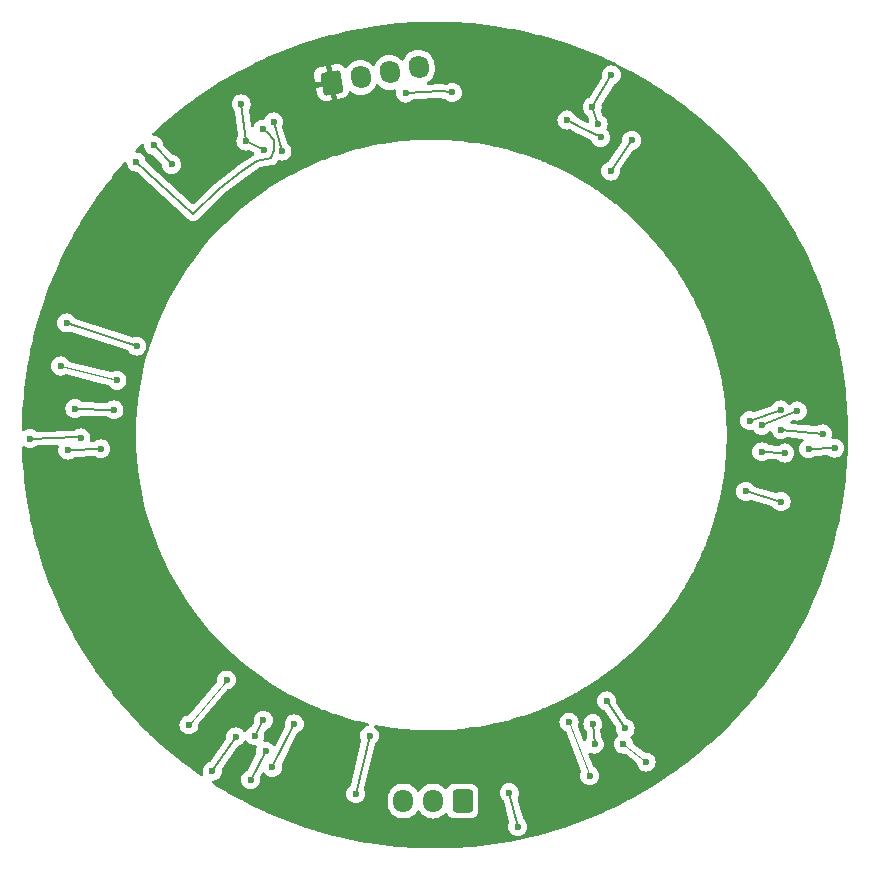
<source format=gbr>
%TF.GenerationSoftware,KiCad,Pcbnew,7.0.9*%
%TF.CreationDate,2024-01-04T19:56:31-05:00*%
%TF.ProjectId,Thermistor Ring,54686572-6d69-4737-946f-722052696e67,rev?*%
%TF.SameCoordinates,Original*%
%TF.FileFunction,Copper,L2,Bot*%
%TF.FilePolarity,Positive*%
%FSLAX46Y46*%
G04 Gerber Fmt 4.6, Leading zero omitted, Abs format (unit mm)*
G04 Created by KiCad (PCBNEW 7.0.9) date 2024-01-04 19:56:31*
%MOMM*%
%LPD*%
G01*
G04 APERTURE LIST*
G04 Aperture macros list*
%AMRoundRect*
0 Rectangle with rounded corners*
0 $1 Rounding radius*
0 $2 $3 $4 $5 $6 $7 $8 $9 X,Y pos of 4 corners*
0 Add a 4 corners polygon primitive as box body*
4,1,4,$2,$3,$4,$5,$6,$7,$8,$9,$2,$3,0*
0 Add four circle primitives for the rounded corners*
1,1,$1+$1,$2,$3*
1,1,$1+$1,$4,$5*
1,1,$1+$1,$6,$7*
1,1,$1+$1,$8,$9*
0 Add four rect primitives between the rounded corners*
20,1,$1+$1,$2,$3,$4,$5,0*
20,1,$1+$1,$4,$5,$6,$7,0*
20,1,$1+$1,$6,$7,$8,$9,0*
20,1,$1+$1,$8,$9,$2,$3,0*%
%AMHorizOval*
0 Thick line with rounded ends*
0 $1 width*
0 $2 $3 position (X,Y) of the first rounded end (center of the circle)*
0 $4 $5 position (X,Y) of the second rounded end (center of the circle)*
0 Add line between two ends*
20,1,$1,$2,$3,$4,$5,0*
0 Add two circle primitives to create the rounded ends*
1,1,$1,$2,$3*
1,1,$1,$4,$5*%
G04 Aperture macros list end*
%TA.AperFunction,ComponentPad*%
%ADD10RoundRect,0.250000X-0.464990X-0.818175X0.716780X-0.609797X0.464990X0.818175X-0.716780X0.609797X0*%
%TD*%
%TA.AperFunction,ComponentPad*%
%ADD11HorizOval,1.700000X-0.021706X0.123101X0.021706X-0.123101X0*%
%TD*%
%TA.AperFunction,ComponentPad*%
%ADD12RoundRect,0.250000X0.600000X0.725000X-0.600000X0.725000X-0.600000X-0.725000X0.600000X-0.725000X0*%
%TD*%
%TA.AperFunction,ComponentPad*%
%ADD13O,1.700000X1.950000*%
%TD*%
%TA.AperFunction,ViaPad*%
%ADD14C,0.600000*%
%TD*%
%TA.AperFunction,Conductor*%
%ADD15C,0.160000*%
%TD*%
%TA.AperFunction,Conductor*%
%ADD16C,0.100000*%
%TD*%
G04 APERTURE END LIST*
D10*
%TO.P,J1,1,Pin_1*%
%TO.N,GND*%
X82479142Y-30309161D03*
D11*
%TO.P,J1,2,Pin_2*%
%TO.N,/Power 3.3-5V*%
X84941161Y-29875041D03*
%TO.P,J1,3,Pin_3*%
%TO.N,/SDA*%
X87403181Y-29440920D03*
%TO.P,J1,4,Pin_4*%
%TO.N,/SCL*%
X89865200Y-29006800D03*
%TD*%
D12*
%TO.P,J3,1,Pin_1*%
%TO.N,/CVT{slash}PDB*%
X93573600Y-91135200D03*
D13*
%TO.P,J3,2,Pin_2*%
%TO.N,/INT*%
X91073600Y-91135200D03*
%TO.P,J3,3,Pin_3*%
%TO.N,/ENABLE*%
X88573600Y-91135200D03*
%TD*%
D14*
%TO.N,/VDD*%
X64312800Y-55524400D03*
X59537600Y-54305200D03*
X78282800Y-36118800D03*
X102585795Y-84450195D03*
X104343200Y-89001600D03*
X106121200Y-37795200D03*
X107340400Y-84988400D03*
X107899200Y-35204400D03*
X70408800Y-84683600D03*
X117551200Y-64922400D03*
X120497600Y-58013600D03*
X77571600Y-33629600D03*
X60756800Y-57912000D03*
X77470000Y-88290400D03*
X105765600Y-82651600D03*
X79330378Y-84601222D03*
X73591530Y-80891270D03*
X117883517Y-58928000D03*
X64058800Y-58013600D03*
X120548400Y-65786000D03*
%TO.N,GND*%
X121208800Y-68732400D03*
X63042800Y-44907200D03*
X68466855Y-47029255D03*
X58674000Y-58166000D03*
X61163200Y-59182000D03*
X97739200Y-85293200D03*
X108966000Y-41249600D03*
X111658400Y-38150800D03*
X87071200Y-85852000D03*
X116078000Y-67106800D03*
X77368400Y-32105600D03*
X86410800Y-89814400D03*
X80213200Y-30937200D03*
X61163200Y-59182000D03*
X98856800Y-89103200D03*
X108966000Y-41249600D03*
X81737200Y-35763200D03*
X76352400Y-33020000D03*
%TO.N,/INT*%
X67411600Y-35610800D03*
X76911200Y-86918800D03*
X109118400Y-87833200D03*
X124053600Y-60045600D03*
X68935600Y-37236400D03*
X75625234Y-89322366D03*
X107188000Y-86309200D03*
X120548400Y-59690000D03*
%TO.N,/SDA*%
X102412800Y-33477200D03*
X105257600Y-34950400D03*
X92710000Y-31140400D03*
X88747600Y-31191200D03*
%TO.N,/SCL*%
X121920000Y-58115200D03*
X74828400Y-32105600D03*
X104606436Y-84591236D03*
X120853200Y-61671200D03*
X76776826Y-35984426D03*
X104749600Y-86309200D03*
X60147200Y-61417200D03*
X118908749Y-59334400D03*
X118908124Y-61569600D03*
X62941200Y-61315600D03*
X75996800Y-85598000D03*
X75234800Y-35255200D03*
X76702265Y-84282935D03*
%TO.N,/CVT{slash}PDB*%
X74371200Y-85699600D03*
X97536000Y-90431761D03*
X61264800Y-60401200D03*
X106172000Y-29667200D03*
X104546400Y-32359600D03*
X72385853Y-88599347D03*
X105054400Y-33832800D03*
X125069600Y-61264800D03*
X65938400Y-37033200D03*
X56946800Y-60452000D03*
X122885200Y-61315600D03*
X98247200Y-93319600D03*
X76657200Y-34239200D03*
%TO.N,/ENABLE*%
X65989200Y-52628800D03*
X60045600Y-50647600D03*
X85699600Y-85598000D03*
X84531200Y-90525600D03*
%TD*%
D15*
%TO.N,/VDD*%
X79330378Y-84601222D02*
X77470000Y-88290400D01*
X64058800Y-58013600D02*
X60756800Y-57912000D01*
D16*
X102585795Y-84450195D02*
X104343200Y-89001600D01*
X73591530Y-80891270D02*
X70408800Y-84683600D01*
D15*
X117551200Y-64922400D02*
X120548400Y-65786000D01*
X78282800Y-36118800D02*
X77571600Y-33629600D01*
X117883517Y-58928000D02*
X120497600Y-58013600D01*
X106121200Y-37795200D02*
X107899200Y-35204400D01*
X107340400Y-84988400D02*
X105765600Y-82651600D01*
D16*
X64312800Y-55524400D02*
X59537600Y-54305200D01*
D15*
%TO.N,GND*%
X108966000Y-41249600D02*
X111658400Y-38150800D01*
X87071200Y-85852000D02*
X86410800Y-89814400D01*
X97739200Y-85293200D02*
X98856800Y-89103200D01*
X61163200Y-59182000D02*
X58674000Y-58166000D01*
X116078000Y-67106800D02*
X121208800Y-68732400D01*
X80213200Y-30937200D02*
X81737200Y-35763200D01*
X68466855Y-47029255D02*
X63042800Y-44907200D01*
X76352400Y-33020000D02*
X77368400Y-32105600D01*
%TO.N,/INT*%
X75625234Y-89322366D02*
X76911200Y-86918800D01*
D16*
X109118400Y-87833200D02*
X107188000Y-86309200D01*
D15*
X124053600Y-60045600D02*
X120548400Y-59690000D01*
X68935600Y-37236400D02*
X67411600Y-35610800D01*
%TO.N,/SDA*%
X103682800Y-34137600D02*
X105257600Y-34950400D01*
X91694000Y-31038800D02*
X92710000Y-31140400D01*
X102412800Y-33477200D02*
X103682800Y-34137600D01*
X88747600Y-31191200D02*
X91694000Y-31038800D01*
%TO.N,/SCL*%
X104606436Y-84591236D02*
X104749600Y-86309200D01*
X60147200Y-61417200D02*
X62941200Y-61315600D01*
X76776826Y-35984426D02*
X75234800Y-35255200D01*
X76702265Y-84282935D02*
X75996800Y-85598000D01*
X75234800Y-35255200D02*
X74828400Y-32105600D01*
X118908749Y-59334400D02*
X121920000Y-58115200D01*
X118908124Y-61569600D02*
X120853200Y-61671200D01*
X75234800Y-35255200D02*
X75336400Y-35153600D01*
%TO.N,/CVT{slash}PDB*%
X72385853Y-88599347D02*
X74371200Y-85699600D01*
X72948800Y-39319200D02*
X74930000Y-37795200D01*
X105054400Y-33832800D02*
X104546400Y-32359600D01*
X77012800Y-34493200D02*
X76809600Y-34391600D01*
X76809600Y-34391600D02*
X76657200Y-34239200D01*
X106172000Y-29667200D02*
X104546400Y-32359600D01*
X70764400Y-41452800D02*
X72948800Y-39319200D01*
X77571600Y-35153600D02*
X77012800Y-34493200D01*
X77368400Y-36728400D02*
X77571600Y-36017200D01*
X74930000Y-37795200D02*
X76200000Y-36931600D01*
X76200000Y-36931600D02*
X77368400Y-36728400D01*
X61264800Y-60401200D02*
X60909200Y-60350400D01*
X56946800Y-60452000D02*
X60909200Y-60350400D01*
X122885200Y-61315600D02*
X125069600Y-61264800D01*
X97536000Y-90431761D02*
X98247200Y-93319600D01*
X65938400Y-37033200D02*
X70764400Y-41452800D01*
X77571600Y-36017200D02*
X77571600Y-35153600D01*
%TO.N,/ENABLE*%
X84531200Y-90525600D02*
X85699600Y-85598000D01*
X65989200Y-52628800D02*
X60045600Y-50647600D01*
%TD*%
%TA.AperFunction,Conductor*%
%TO.N,GND*%
G36*
X91947233Y-25156683D02*
G01*
X92892605Y-25188631D01*
X93128573Y-25200598D01*
X94072386Y-25264460D01*
X94307766Y-25284385D01*
X95248871Y-25380086D01*
X95483499Y-25407957D01*
X96420790Y-25535382D01*
X96654380Y-25571166D01*
X97586811Y-25730172D01*
X97586829Y-25730175D01*
X97819081Y-25773830D01*
X98745578Y-25964229D01*
X98976279Y-26015715D01*
X99110477Y-26048053D01*
X99895828Y-26237300D01*
X100124613Y-26296537D01*
X101036152Y-26549053D01*
X101262811Y-26615984D01*
X102165354Y-26899159D01*
X102389550Y-26973683D01*
X103282023Y-27287182D01*
X103503610Y-27369249D01*
X104384984Y-27712710D01*
X104552607Y-27781315D01*
X104603667Y-27802213D01*
X105472920Y-28175239D01*
X105688444Y-28272070D01*
X106544617Y-28674247D01*
X106756771Y-28778314D01*
X107598821Y-29209152D01*
X107802370Y-29317676D01*
X107807429Y-29320373D01*
X108634396Y-29779378D01*
X108683498Y-29807727D01*
X108839103Y-29897565D01*
X109650082Y-30384229D01*
X109650109Y-30384245D01*
X109803465Y-30479833D01*
X109850722Y-30509288D01*
X109989028Y-30598773D01*
X110644810Y-31023070D01*
X110841117Y-31154838D01*
X111150902Y-31370455D01*
X111617399Y-31695147D01*
X111809103Y-31833441D01*
X112566744Y-32399698D01*
X112753618Y-32544349D01*
X112937643Y-32691831D01*
X113491715Y-33135880D01*
X113557864Y-33190754D01*
X113673634Y-33286791D01*
X114391295Y-33902883D01*
X114480403Y-33982032D01*
X114568001Y-34059841D01*
X114883367Y-34349638D01*
X115232254Y-34670239D01*
X115264464Y-34699837D01*
X115435778Y-34862683D01*
X115458486Y-34885011D01*
X116110236Y-35525846D01*
X116275919Y-35694351D01*
X116927603Y-36379922D01*
X116971686Y-36427894D01*
X117087506Y-36553933D01*
X117715675Y-37261135D01*
X117727941Y-37275423D01*
X117848325Y-37415654D01*
X117869598Y-37440434D01*
X118094333Y-37711345D01*
X118473506Y-38168427D01*
X118621334Y-38352883D01*
X119200289Y-39100831D01*
X119263123Y-39184902D01*
X119341771Y-39290131D01*
X119403548Y-39375766D01*
X119895178Y-40057268D01*
X120030163Y-40251205D01*
X120557343Y-41036591D01*
X120631549Y-41151282D01*
X120685706Y-41234985D01*
X121153616Y-41985677D01*
X121186043Y-42037701D01*
X121186130Y-42037845D01*
X121307668Y-42240378D01*
X121780602Y-43059524D01*
X121895295Y-43266161D01*
X122340284Y-44100794D01*
X122447962Y-44311244D01*
X122864510Y-45160437D01*
X122964984Y-45374329D01*
X123352624Y-46237126D01*
X123445837Y-46454339D01*
X123804101Y-47329702D01*
X123889924Y-47549934D01*
X124218425Y-48436913D01*
X124296758Y-48659912D01*
X124595115Y-49557483D01*
X124665869Y-49782993D01*
X124933739Y-50690118D01*
X124996845Y-50917919D01*
X125231247Y-51823235D01*
X125233918Y-51833549D01*
X125289298Y-52063370D01*
X125495309Y-52986478D01*
X125542894Y-53218025D01*
X125717614Y-54147583D01*
X125757349Y-54380592D01*
X125900577Y-55315535D01*
X125932416Y-55549731D01*
X126043987Y-56488991D01*
X126067899Y-56724134D01*
X126147681Y-57666603D01*
X126163640Y-57902449D01*
X126211547Y-58847108D01*
X126219527Y-59083265D01*
X126237500Y-60147200D01*
X126219527Y-61211134D01*
X126211547Y-61447291D01*
X126163640Y-62391950D01*
X126147681Y-62627796D01*
X126067899Y-63570265D01*
X126043987Y-63805408D01*
X125932416Y-64744668D01*
X125900577Y-64978864D01*
X125757349Y-65913807D01*
X125717614Y-66146816D01*
X125542894Y-67076374D01*
X125495309Y-67307921D01*
X125289298Y-68231029D01*
X125233918Y-68460850D01*
X124996845Y-69376480D01*
X124933739Y-69604281D01*
X124665869Y-70511406D01*
X124595115Y-70736916D01*
X124296758Y-71634487D01*
X124218425Y-71857486D01*
X123889924Y-72744465D01*
X123804101Y-72964697D01*
X123445837Y-73840060D01*
X123352624Y-74057273D01*
X122964984Y-74920070D01*
X122864510Y-75133962D01*
X122447962Y-75983155D01*
X122340284Y-76193605D01*
X121895295Y-77028238D01*
X121780602Y-77234875D01*
X121307668Y-78054021D01*
X121186052Y-78256684D01*
X120685714Y-79059402D01*
X120557346Y-79257804D01*
X120030163Y-80043194D01*
X119895178Y-80237131D01*
X119341784Y-81004251D01*
X119200290Y-81193567D01*
X118621334Y-81941516D01*
X118473506Y-82125972D01*
X117869608Y-82853954D01*
X117715675Y-83033264D01*
X117087506Y-83740466D01*
X116927615Y-83914465D01*
X116275919Y-84600048D01*
X116110236Y-84768553D01*
X115435770Y-85431724D01*
X115264476Y-85594551D01*
X114568001Y-86234558D01*
X114391302Y-86391511D01*
X113673634Y-87007608D01*
X113491695Y-87158536D01*
X112753618Y-87750050D01*
X112566744Y-87894701D01*
X111809103Y-88460958D01*
X111617399Y-88599252D01*
X110841119Y-89139560D01*
X110644810Y-89271329D01*
X109850730Y-89785106D01*
X109650112Y-89910152D01*
X108839103Y-90396834D01*
X108634396Y-90515021D01*
X107807429Y-90974026D01*
X107598809Y-91085253D01*
X106756805Y-91516068D01*
X106544586Y-91620166D01*
X105688469Y-92022318D01*
X105472914Y-92119163D01*
X104603667Y-92492186D01*
X104384960Y-92581698D01*
X103503632Y-92925142D01*
X103282002Y-93007225D01*
X102389573Y-93320708D01*
X102165325Y-93395249D01*
X101262816Y-93678413D01*
X101036150Y-93745347D01*
X100124614Y-93997861D01*
X99895814Y-94057102D01*
X98976279Y-94278684D01*
X98745578Y-94330170D01*
X97819081Y-94520569D01*
X97586829Y-94564224D01*
X96654415Y-94723227D01*
X96526041Y-94742893D01*
X96420792Y-94759017D01*
X95483527Y-94886439D01*
X95248856Y-94914314D01*
X94307821Y-95010008D01*
X94072328Y-95029943D01*
X93128612Y-95093799D01*
X92892575Y-95105769D01*
X91947253Y-95137715D01*
X91710931Y-95141708D01*
X90765069Y-95141708D01*
X90759864Y-95141620D01*
X90528746Y-95137715D01*
X89583424Y-95105769D01*
X89347387Y-95093799D01*
X88403671Y-95029943D01*
X88168178Y-95010008D01*
X87227143Y-94914314D01*
X87017499Y-94889411D01*
X86992467Y-94886438D01*
X86055207Y-94759017D01*
X85993731Y-94749599D01*
X85821607Y-94723231D01*
X85417159Y-94654261D01*
X84889170Y-94564224D01*
X84656918Y-94520569D01*
X83730421Y-94330170D01*
X83499720Y-94278684D01*
X82580185Y-94057102D01*
X82351385Y-93997861D01*
X81439864Y-93745351D01*
X81354112Y-93720029D01*
X81213183Y-93678413D01*
X80310674Y-93395249D01*
X80086426Y-93320708D01*
X79193997Y-93007225D01*
X78972367Y-92925142D01*
X78091039Y-92581698D01*
X77872332Y-92492186D01*
X77003085Y-92119163D01*
X76787530Y-92022318D01*
X76685952Y-91974603D01*
X76152150Y-91723855D01*
X75931413Y-91620166D01*
X75719194Y-91516068D01*
X74877190Y-91085253D01*
X74668570Y-90974026D01*
X73841603Y-90515021D01*
X73636896Y-90396834D01*
X72825887Y-89910152D01*
X72625269Y-89785106D01*
X72380606Y-89626807D01*
X72335014Y-89573863D01*
X72325283Y-89504674D01*
X72354503Y-89441208D01*
X72413397Y-89403614D01*
X72434083Y-89399478D01*
X72565102Y-89384716D01*
X72565105Y-89384715D01*
X72565108Y-89384715D01*
X72735375Y-89325136D01*
X72888115Y-89229163D01*
X73015669Y-89101609D01*
X73111642Y-88948869D01*
X73171221Y-88778602D01*
X73174882Y-88746108D01*
X73191418Y-88599350D01*
X73191418Y-88599344D01*
X73182165Y-88517225D01*
X73194219Y-88448403D01*
X73203064Y-88433294D01*
X74509800Y-86524709D01*
X74563913Y-86480516D01*
X74571131Y-86477732D01*
X74720722Y-86425389D01*
X74873462Y-86329416D01*
X75001016Y-86201862D01*
X75096989Y-86049122D01*
X75097010Y-86049061D01*
X75097027Y-86049015D01*
X75097071Y-86048953D01*
X75100012Y-86042847D01*
X75101081Y-86043361D01*
X75137747Y-85992239D01*
X75202700Y-85966490D01*
X75271262Y-85979945D01*
X75319062Y-86023995D01*
X75366984Y-86100262D01*
X75494538Y-86227816D01*
X75584880Y-86284582D01*
X75624064Y-86309203D01*
X75647278Y-86323789D01*
X75817545Y-86383368D01*
X75817550Y-86383369D01*
X75996796Y-86403565D01*
X75996800Y-86403565D01*
X75996801Y-86403565D01*
X76005495Y-86402585D01*
X76057663Y-86396707D01*
X76126483Y-86408761D01*
X76177863Y-86456109D01*
X76195488Y-86523719D01*
X76186105Y-86562143D01*
X76187711Y-86562705D01*
X76125831Y-86739545D01*
X76125830Y-86739550D01*
X76105635Y-86918796D01*
X76105635Y-86918803D01*
X76126611Y-87104976D01*
X76124099Y-87105259D01*
X76120538Y-87163338D01*
X76113257Y-87179683D01*
X75396277Y-88519772D01*
X75347295Y-88569597D01*
X75327898Y-88578316D01*
X75275710Y-88596577D01*
X75275709Y-88596578D01*
X75122971Y-88692550D01*
X74995418Y-88820103D01*
X74899445Y-88972842D01*
X74839865Y-89143111D01*
X74839864Y-89143116D01*
X74819669Y-89322362D01*
X74819669Y-89322369D01*
X74839864Y-89501615D01*
X74839865Y-89501620D01*
X74899445Y-89671889D01*
X74971755Y-89786969D01*
X74995418Y-89824628D01*
X75122972Y-89952182D01*
X75213314Y-90008948D01*
X75236217Y-90023339D01*
X75275712Y-90048155D01*
X75397773Y-90090866D01*
X75445979Y-90107734D01*
X75445984Y-90107735D01*
X75625230Y-90127931D01*
X75625234Y-90127931D01*
X75625238Y-90127931D01*
X75804483Y-90107735D01*
X75804486Y-90107734D01*
X75804489Y-90107734D01*
X75974756Y-90048155D01*
X76127496Y-89952182D01*
X76255050Y-89824628D01*
X76351023Y-89671888D01*
X76410602Y-89501621D01*
X76417409Y-89441208D01*
X76430799Y-89322369D01*
X76430799Y-89322362D01*
X76409823Y-89136190D01*
X76412342Y-89135906D01*
X76415876Y-89077876D01*
X76423169Y-89061492D01*
X76591908Y-88746105D01*
X76640888Y-88696283D01*
X76709032Y-88680850D01*
X76774702Y-88704708D01*
X76806234Y-88738632D01*
X76840182Y-88792660D01*
X76840184Y-88792662D01*
X76967738Y-88920216D01*
X76987054Y-88932353D01*
X77097264Y-89001603D01*
X77120478Y-89016189D01*
X77290745Y-89075768D01*
X77290750Y-89075769D01*
X77469996Y-89095965D01*
X77470000Y-89095965D01*
X77470004Y-89095965D01*
X77649249Y-89075769D01*
X77649252Y-89075768D01*
X77649255Y-89075768D01*
X77819522Y-89016189D01*
X77972262Y-88920216D01*
X78099816Y-88792662D01*
X78195789Y-88639922D01*
X78255368Y-88469655D01*
X78257763Y-88448403D01*
X78275565Y-88290403D01*
X78275565Y-88290396D01*
X78255369Y-88111152D01*
X78255368Y-88111149D01*
X78255368Y-88111145D01*
X78254404Y-88108392D01*
X78254308Y-88106503D01*
X78253819Y-88104360D01*
X78254194Y-88104274D01*
X78250839Y-88038616D01*
X78260722Y-88011606D01*
X79577969Y-85399472D01*
X79625729Y-85348479D01*
X79647722Y-85338270D01*
X79679900Y-85327011D01*
X79832640Y-85231038D01*
X79960194Y-85103484D01*
X80056167Y-84950744D01*
X80115746Y-84780477D01*
X80115747Y-84780471D01*
X80135943Y-84601225D01*
X80135943Y-84601218D01*
X80115747Y-84421972D01*
X80115746Y-84421967D01*
X80112252Y-84411981D01*
X80056167Y-84251700D01*
X80049892Y-84241714D01*
X80001684Y-84164991D01*
X79960194Y-84098960D01*
X79832640Y-83971406D01*
X79795283Y-83947933D01*
X79679901Y-83875433D01*
X79509632Y-83815853D01*
X79509627Y-83815852D01*
X79330382Y-83795657D01*
X79330374Y-83795657D01*
X79151128Y-83815852D01*
X79151123Y-83815853D01*
X78980854Y-83875433D01*
X78828115Y-83971406D01*
X78700562Y-84098959D01*
X78604589Y-84251698D01*
X78545009Y-84421967D01*
X78545008Y-84421972D01*
X78524813Y-84601218D01*
X78524813Y-84601225D01*
X78545008Y-84780471D01*
X78545009Y-84780476D01*
X78545974Y-84783232D01*
X78546070Y-84785124D01*
X78546560Y-84787269D01*
X78546184Y-84787354D01*
X78549535Y-84853011D01*
X78539651Y-84880020D01*
X77764051Y-86418053D01*
X77716289Y-86469049D01*
X77648538Y-86486127D01*
X77582310Y-86463866D01*
X77548337Y-86428190D01*
X77546577Y-86425389D01*
X77541016Y-86416538D01*
X77413462Y-86288984D01*
X77382380Y-86269454D01*
X77260723Y-86193011D01*
X77090454Y-86133431D01*
X77090449Y-86133430D01*
X76911204Y-86113235D01*
X76911196Y-86113235D01*
X76850336Y-86120092D01*
X76781514Y-86108037D01*
X76730135Y-86060688D01*
X76712511Y-85993078D01*
X76721905Y-85954660D01*
X76720289Y-85954095D01*
X76722589Y-85947522D01*
X76782168Y-85777255D01*
X76790802Y-85700627D01*
X76802365Y-85598003D01*
X76802365Y-85597996D01*
X76781389Y-85411824D01*
X76784198Y-85411507D01*
X76787671Y-85354504D01*
X76795034Y-85337990D01*
X76843052Y-85248478D01*
X76930357Y-85085731D01*
X76979393Y-85035962D01*
X76998659Y-85027313D01*
X77051787Y-85008724D01*
X77204527Y-84912751D01*
X77332081Y-84785197D01*
X77428054Y-84632457D01*
X77487633Y-84462190D01*
X77488984Y-84450198D01*
X77507830Y-84282938D01*
X77507830Y-84282931D01*
X77487634Y-84103685D01*
X77487633Y-84103680D01*
X77441348Y-83971406D01*
X77428054Y-83933413D01*
X77422247Y-83924172D01*
X77357030Y-83820379D01*
X77332081Y-83780673D01*
X77204527Y-83653119D01*
X77171469Y-83632347D01*
X77051788Y-83557146D01*
X76881519Y-83497566D01*
X76881514Y-83497565D01*
X76702269Y-83477370D01*
X76702261Y-83477370D01*
X76523015Y-83497565D01*
X76523010Y-83497566D01*
X76352741Y-83557146D01*
X76200002Y-83653119D01*
X76072449Y-83780672D01*
X75976476Y-83933411D01*
X75916896Y-84103680D01*
X75916895Y-84103685D01*
X75896700Y-84282931D01*
X75896700Y-84282938D01*
X75917676Y-84469110D01*
X75914873Y-84469425D01*
X75911377Y-84526473D01*
X75904030Y-84542943D01*
X75768706Y-84795202D01*
X75719669Y-84844972D01*
X75700392Y-84853625D01*
X75691837Y-84856618D01*
X75647276Y-84872211D01*
X75494537Y-84968184D01*
X75366984Y-85095737D01*
X75271007Y-85248482D01*
X75270965Y-85248605D01*
X75270915Y-85248673D01*
X75267988Y-85254753D01*
X75266922Y-85254239D01*
X75230234Y-85305374D01*
X75165277Y-85331111D01*
X75096718Y-85317643D01*
X75048937Y-85273604D01*
X75001016Y-85197338D01*
X74873462Y-85069784D01*
X74819635Y-85035962D01*
X74720723Y-84973811D01*
X74550454Y-84914231D01*
X74550449Y-84914230D01*
X74371204Y-84894035D01*
X74371196Y-84894035D01*
X74191950Y-84914230D01*
X74191945Y-84914231D01*
X74021676Y-84973811D01*
X73868937Y-85069784D01*
X73741384Y-85197337D01*
X73645411Y-85350076D01*
X73585831Y-85520345D01*
X73585830Y-85520350D01*
X73565635Y-85699596D01*
X73565635Y-85699602D01*
X73574887Y-85781720D01*
X73562832Y-85850542D01*
X73553984Y-85865655D01*
X72247252Y-87774235D01*
X72193136Y-87818431D01*
X72185890Y-87821225D01*
X72036329Y-87873558D01*
X71883590Y-87969531D01*
X71756037Y-88097084D01*
X71660064Y-88249823D01*
X71600484Y-88420092D01*
X71600483Y-88420097D01*
X71580288Y-88599343D01*
X71580288Y-88599350D01*
X71600483Y-88778596D01*
X71600485Y-88778604D01*
X71629867Y-88862574D01*
X71633428Y-88932353D01*
X71598699Y-88992980D01*
X71536705Y-89025207D01*
X71467130Y-89018801D01*
X71441988Y-89005303D01*
X71319740Y-88920216D01*
X71175906Y-88820104D01*
X70858600Y-88599252D01*
X70666896Y-88460958D01*
X69909255Y-87894701D01*
X69722381Y-87750050D01*
X68984304Y-87158536D01*
X68802365Y-87007608D01*
X68573882Y-86811462D01*
X68084693Y-86391507D01*
X67947284Y-86269454D01*
X67907998Y-86234558D01*
X67410346Y-85777254D01*
X67211513Y-85594542D01*
X67040212Y-85431707D01*
X67027034Y-85418750D01*
X66780130Y-85175981D01*
X66365763Y-84768553D01*
X66282236Y-84683603D01*
X69603235Y-84683603D01*
X69623430Y-84862849D01*
X69623431Y-84862854D01*
X69683011Y-85033123D01*
X69751667Y-85142387D01*
X69778984Y-85185862D01*
X69906538Y-85313416D01*
X70059278Y-85409389D01*
X70123108Y-85431724D01*
X70229545Y-85468968D01*
X70229550Y-85468969D01*
X70408796Y-85489165D01*
X70408800Y-85489165D01*
X70408804Y-85489165D01*
X70588049Y-85468969D01*
X70588052Y-85468968D01*
X70588055Y-85468968D01*
X70758322Y-85409389D01*
X70911062Y-85313416D01*
X71038616Y-85185862D01*
X71134589Y-85033122D01*
X71194168Y-84862855D01*
X71196377Y-84843252D01*
X71214365Y-84683603D01*
X71214365Y-84683600D01*
X71211599Y-84659051D01*
X71210036Y-84645182D01*
X71222090Y-84576363D01*
X71238271Y-84551588D01*
X73606730Y-81729490D01*
X73664904Y-81690794D01*
X73687828Y-81685985D01*
X73770780Y-81676639D01*
X73770783Y-81676638D01*
X73770785Y-81676638D01*
X73941052Y-81617059D01*
X74093792Y-81521086D01*
X74221346Y-81393532D01*
X74317319Y-81240792D01*
X74376898Y-81070525D01*
X74382221Y-81023283D01*
X74397095Y-80891273D01*
X74397095Y-80891266D01*
X74376899Y-80712020D01*
X74376898Y-80712015D01*
X74320532Y-80550931D01*
X74317319Y-80541748D01*
X74221346Y-80389008D01*
X74093792Y-80261454D01*
X74055082Y-80237131D01*
X73941053Y-80165481D01*
X73770784Y-80105901D01*
X73770779Y-80105900D01*
X73591534Y-80085705D01*
X73591526Y-80085705D01*
X73412280Y-80105900D01*
X73412275Y-80105901D01*
X73242006Y-80165481D01*
X73089267Y-80261454D01*
X72961714Y-80389007D01*
X72865741Y-80541746D01*
X72806161Y-80712015D01*
X72806160Y-80712020D01*
X72785965Y-80891266D01*
X72785965Y-80891270D01*
X72788109Y-80910305D01*
X72790293Y-80929688D01*
X72778236Y-80998510D01*
X72762054Y-81023283D01*
X70393599Y-83845378D01*
X70335424Y-83884075D01*
X70312501Y-83888884D01*
X70229550Y-83898230D01*
X70059278Y-83957810D01*
X69906537Y-84053784D01*
X69778984Y-84181337D01*
X69683011Y-84334076D01*
X69623431Y-84504345D01*
X69623430Y-84504350D01*
X69603235Y-84683596D01*
X69603235Y-84683603D01*
X66282236Y-84683603D01*
X66200080Y-84600048D01*
X65898641Y-84282935D01*
X65548370Y-83914450D01*
X65533465Y-83898230D01*
X65461927Y-83820379D01*
X65388493Y-83740466D01*
X64760324Y-83033264D01*
X64606391Y-82853954D01*
X64587229Y-82830855D01*
X64002493Y-82125972D01*
X63854665Y-81941516D01*
X63275709Y-81193567D01*
X63275233Y-81192930D01*
X63134209Y-81004243D01*
X62800568Y-80541746D01*
X62580821Y-80237131D01*
X62475425Y-80085705D01*
X62445836Y-80043194D01*
X61918641Y-79257786D01*
X61844449Y-79143116D01*
X61790290Y-79059409D01*
X61289948Y-78256684D01*
X61168331Y-78054021D01*
X60695397Y-77234875D01*
X60580704Y-77028238D01*
X60572587Y-77013014D01*
X60135712Y-76193599D01*
X60028037Y-75983155D01*
X59611489Y-75133962D01*
X59511015Y-74920070D01*
X59430838Y-74741614D01*
X59123365Y-74057250D01*
X59036711Y-73855322D01*
X59030162Y-73840060D01*
X58717005Y-73074910D01*
X58671898Y-72964697D01*
X58650844Y-72910671D01*
X58586081Y-72744480D01*
X58257560Y-71857447D01*
X58179228Y-71634447D01*
X58178458Y-71632132D01*
X57880879Y-70736901D01*
X57810130Y-70511406D01*
X57609235Y-69831087D01*
X57542253Y-69604257D01*
X57479164Y-69376516D01*
X57242072Y-68460813D01*
X57186701Y-68231029D01*
X56980690Y-67307921D01*
X56979867Y-67303920D01*
X56933105Y-67076371D01*
X56758382Y-66146802D01*
X56749262Y-66093317D01*
X56718651Y-65913807D01*
X56575420Y-64978847D01*
X56543584Y-64744672D01*
X56432013Y-63805408D01*
X56408103Y-63570290D01*
X56328317Y-62627785D01*
X56312360Y-62391950D01*
X56264451Y-61447256D01*
X56256472Y-61211180D01*
X56256113Y-61189867D01*
X56274661Y-61122505D01*
X56326683Y-61075863D01*
X56395663Y-61064751D01*
X56446066Y-61082776D01*
X56450473Y-61085545D01*
X56597275Y-61177788D01*
X56767545Y-61237368D01*
X56767550Y-61237369D01*
X56946796Y-61257565D01*
X56946800Y-61257565D01*
X56946804Y-61257565D01*
X57126049Y-61237369D01*
X57126052Y-61237368D01*
X57126055Y-61237368D01*
X57296322Y-61177789D01*
X57449062Y-61081816D01*
X57477688Y-61053189D01*
X57539007Y-61019705D01*
X57562181Y-61016912D01*
X59276632Y-60972951D01*
X59344153Y-60990910D01*
X59391246Y-61042524D01*
X59402959Y-61111405D01*
X59396851Y-61137864D01*
X59361832Y-61237942D01*
X59361830Y-61237950D01*
X59341635Y-61417196D01*
X59341635Y-61417203D01*
X59361830Y-61596449D01*
X59361831Y-61596454D01*
X59421411Y-61766723D01*
X59501772Y-61894616D01*
X59517384Y-61919462D01*
X59644938Y-62047016D01*
X59797678Y-62142989D01*
X59884765Y-62173462D01*
X59967945Y-62202568D01*
X59967950Y-62202569D01*
X60147196Y-62222765D01*
X60147200Y-62222765D01*
X60147204Y-62222765D01*
X60326449Y-62202569D01*
X60326452Y-62202568D01*
X60326455Y-62202568D01*
X60496722Y-62142989D01*
X60649462Y-62047016D01*
X60684728Y-62011749D01*
X60746049Y-61978263D01*
X60767895Y-61975512D01*
X62356254Y-61917753D01*
X62423962Y-61934988D01*
X62438074Y-61944727D01*
X62438936Y-61945414D01*
X62438938Y-61945416D01*
X62591678Y-62041389D01*
X62674487Y-62070365D01*
X62761945Y-62100968D01*
X62761950Y-62100969D01*
X62941196Y-62121165D01*
X62941200Y-62121165D01*
X62941204Y-62121165D01*
X63120449Y-62100969D01*
X63120452Y-62100968D01*
X63120455Y-62100968D01*
X63290722Y-62041389D01*
X63443462Y-61945416D01*
X63571016Y-61817862D01*
X63666989Y-61665122D01*
X63726568Y-61494855D01*
X63726569Y-61494849D01*
X63746765Y-61315603D01*
X63746765Y-61315596D01*
X63726569Y-61136350D01*
X63726568Y-61136345D01*
X63701516Y-61064751D01*
X63666989Y-60966078D01*
X63650467Y-60939784D01*
X63571015Y-60813337D01*
X63443462Y-60685784D01*
X63290723Y-60589811D01*
X63120454Y-60530231D01*
X63120449Y-60530230D01*
X62941204Y-60510035D01*
X62941196Y-60510035D01*
X62761950Y-60530230D01*
X62761945Y-60530231D01*
X62591676Y-60589811D01*
X62438934Y-60685786D01*
X62438933Y-60685786D01*
X62403669Y-60721051D01*
X62342346Y-60754536D01*
X62320495Y-60757287D01*
X62165559Y-60762921D01*
X62097849Y-60745686D01*
X62050205Y-60694579D01*
X62037755Y-60625828D01*
X62044013Y-60598044D01*
X62048218Y-60586029D01*
X62050168Y-60580455D01*
X62051668Y-60567141D01*
X62070365Y-60401203D01*
X62070365Y-60401196D01*
X62050169Y-60221950D01*
X62050168Y-60221945D01*
X62039781Y-60192262D01*
X62024013Y-60147200D01*
X65926557Y-60147200D01*
X65946326Y-61141329D01*
X66005603Y-62133887D01*
X66104294Y-63123303D01*
X66242242Y-64108013D01*
X66419230Y-65086460D01*
X66634978Y-66057097D01*
X66889144Y-67018390D01*
X67181327Y-67968818D01*
X67511064Y-68906878D01*
X67877835Y-69831087D01*
X68281060Y-70739984D01*
X68720100Y-71632132D01*
X69194261Y-72506120D01*
X69702795Y-73360566D01*
X70244896Y-74194118D01*
X70819708Y-75005460D01*
X71426321Y-75793308D01*
X72063777Y-76556416D01*
X72731068Y-77293577D01*
X73427138Y-78003627D01*
X74150887Y-78685442D01*
X74901170Y-79337944D01*
X75676801Y-79960102D01*
X76476553Y-80550931D01*
X77299163Y-81109498D01*
X78143328Y-81634919D01*
X78998529Y-82121140D01*
X79007717Y-82126364D01*
X79890959Y-82583055D01*
X80780042Y-82998838D01*
X80791660Y-83004271D01*
X80959948Y-83074961D01*
X80960993Y-83075440D01*
X80965602Y-83077335D01*
X81466065Y-83287554D01*
X81708394Y-83389344D01*
X81883001Y-83454649D01*
X81886334Y-83456020D01*
X81892028Y-83458099D01*
X81900501Y-83461194D01*
X82444959Y-83664827D01*
X82639713Y-83737667D01*
X82820469Y-83797194D01*
X82824196Y-83798555D01*
X82826154Y-83799270D01*
X82840602Y-83803900D01*
X82849264Y-83806677D01*
X83584143Y-84048689D01*
X83650240Y-84067578D01*
X83770924Y-84102068D01*
X83773781Y-84102984D01*
X83778954Y-84104643D01*
X83787129Y-84106906D01*
X83810344Y-84113334D01*
X84540193Y-84321918D01*
X84732774Y-84368760D01*
X84743210Y-84371651D01*
X84780015Y-84380273D01*
X84782477Y-84380850D01*
X85506348Y-84556921D01*
X85531945Y-84562078D01*
X85549973Y-84565711D01*
X85611803Y-84598249D01*
X85646227Y-84659051D01*
X85642314Y-84728811D01*
X85601307Y-84785381D01*
X85539366Y-84810488D01*
X85520348Y-84812631D01*
X85520345Y-84812631D01*
X85350076Y-84872211D01*
X85197337Y-84968184D01*
X85069784Y-85095737D01*
X84973811Y-85248476D01*
X84914231Y-85418745D01*
X84914230Y-85418750D01*
X84894035Y-85597996D01*
X84894035Y-85598003D01*
X84914230Y-85777249D01*
X84914231Y-85777254D01*
X84973811Y-85947523D01*
X84979785Y-85957030D01*
X84998785Y-86024267D01*
X84995446Y-86051611D01*
X84105280Y-89805789D01*
X84070659Y-89866478D01*
X84050601Y-89882171D01*
X84028938Y-89895783D01*
X83901383Y-90023339D01*
X83805411Y-90176076D01*
X83745831Y-90346345D01*
X83745830Y-90346350D01*
X83725635Y-90525596D01*
X83725635Y-90525603D01*
X83745830Y-90704849D01*
X83745831Y-90704854D01*
X83805411Y-90875123D01*
X83901384Y-91027862D01*
X84028938Y-91155416D01*
X84181678Y-91251389D01*
X84351945Y-91310968D01*
X84351950Y-91310969D01*
X84531196Y-91331165D01*
X84531200Y-91331165D01*
X84531204Y-91331165D01*
X84637698Y-91319166D01*
X87223100Y-91319166D01*
X87238536Y-91495603D01*
X87238538Y-91495613D01*
X87299694Y-91723855D01*
X87299696Y-91723859D01*
X87299697Y-91723863D01*
X87323600Y-91775122D01*
X87399564Y-91938028D01*
X87399565Y-91938030D01*
X87535105Y-92131602D01*
X87702197Y-92298693D01*
X87702199Y-92298695D01*
X87745275Y-92328857D01*
X87895765Y-92434232D01*
X87895767Y-92434233D01*
X87895770Y-92434235D01*
X88109937Y-92534103D01*
X88109943Y-92534104D01*
X88109944Y-92534105D01*
X88150650Y-92545012D01*
X88338192Y-92595263D01*
X88514634Y-92610700D01*
X88573599Y-92615859D01*
X88573600Y-92615859D01*
X88573601Y-92615859D01*
X88632566Y-92610700D01*
X88809008Y-92595263D01*
X89037263Y-92534103D01*
X89251429Y-92434235D01*
X89445001Y-92298695D01*
X89612095Y-92131601D01*
X89722026Y-91974601D01*
X89776601Y-91930978D01*
X89846100Y-91923784D01*
X89908455Y-91955306D01*
X89925171Y-91974598D01*
X89952057Y-92012995D01*
X90035106Y-92131603D01*
X90202197Y-92298693D01*
X90202199Y-92298695D01*
X90245275Y-92328857D01*
X90395765Y-92434232D01*
X90395767Y-92434233D01*
X90395770Y-92434235D01*
X90609937Y-92534103D01*
X90609943Y-92534104D01*
X90609944Y-92534105D01*
X90650650Y-92545012D01*
X90838192Y-92595263D01*
X91014634Y-92610700D01*
X91073599Y-92615859D01*
X91073600Y-92615859D01*
X91073601Y-92615859D01*
X91132566Y-92610700D01*
X91309008Y-92595263D01*
X91537263Y-92534103D01*
X91751429Y-92434235D01*
X91945001Y-92298695D01*
X92092202Y-92151493D01*
X92153524Y-92118010D01*
X92223215Y-92122994D01*
X92279149Y-92164865D01*
X92285421Y-92174079D01*
X92288786Y-92179534D01*
X92380888Y-92328856D01*
X92504944Y-92452912D01*
X92654266Y-92545014D01*
X92820803Y-92600199D01*
X92923591Y-92610700D01*
X94223608Y-92610699D01*
X94326397Y-92600199D01*
X94492934Y-92545014D01*
X94642256Y-92452912D01*
X94766312Y-92328856D01*
X94858414Y-92179534D01*
X94913599Y-92012997D01*
X94924100Y-91910209D01*
X94924099Y-90431764D01*
X96730435Y-90431764D01*
X96750630Y-90611010D01*
X96750631Y-90611015D01*
X96810211Y-90781284D01*
X96872385Y-90880232D01*
X96906184Y-90934023D01*
X97033738Y-91061577D01*
X97057639Y-91076594D01*
X97061715Y-91079156D01*
X97108006Y-91131491D01*
X97116145Y-91154498D01*
X97538908Y-92871129D01*
X97535826Y-92940931D01*
X97523503Y-92966748D01*
X97521409Y-92970079D01*
X97461833Y-93140337D01*
X97461830Y-93140350D01*
X97441635Y-93319596D01*
X97441635Y-93319603D01*
X97461830Y-93498849D01*
X97461831Y-93498854D01*
X97521411Y-93669123D01*
X97549480Y-93713794D01*
X97617384Y-93821862D01*
X97744938Y-93949416D01*
X97822038Y-93997861D01*
X97872255Y-94029415D01*
X97897678Y-94045389D01*
X98067945Y-94104968D01*
X98067950Y-94104969D01*
X98247196Y-94125165D01*
X98247200Y-94125165D01*
X98247204Y-94125165D01*
X98426449Y-94104969D01*
X98426452Y-94104968D01*
X98426455Y-94104968D01*
X98596722Y-94045389D01*
X98749462Y-93949416D01*
X98877016Y-93821862D01*
X98972989Y-93669122D01*
X99032568Y-93498855D01*
X99032569Y-93498849D01*
X99052765Y-93319603D01*
X99052765Y-93319596D01*
X99032569Y-93140350D01*
X99032568Y-93140345D01*
X98972988Y-92970076D01*
X98877015Y-92817337D01*
X98749463Y-92689785D01*
X98749462Y-92689784D01*
X98736026Y-92681342D01*
X98721481Y-92672202D01*
X98675191Y-92619866D01*
X98667053Y-92596861D01*
X98299849Y-91105825D01*
X98244291Y-90880231D01*
X98247373Y-90810430D01*
X98259703Y-90784602D01*
X98261789Y-90781283D01*
X98321368Y-90611016D01*
X98321369Y-90611010D01*
X98341565Y-90431764D01*
X98341565Y-90431757D01*
X98321369Y-90252511D01*
X98321368Y-90252506D01*
X98294624Y-90176076D01*
X98261789Y-90082239D01*
X98165816Y-89929499D01*
X98038262Y-89801945D01*
X97933786Y-89736298D01*
X97885523Y-89705972D01*
X97715254Y-89646392D01*
X97715249Y-89646391D01*
X97536004Y-89626196D01*
X97535996Y-89626196D01*
X97356750Y-89646391D01*
X97356745Y-89646392D01*
X97186476Y-89705972D01*
X97033737Y-89801945D01*
X96906184Y-89929498D01*
X96810211Y-90082237D01*
X96750631Y-90252506D01*
X96750630Y-90252511D01*
X96730435Y-90431757D01*
X96730435Y-90431764D01*
X94924099Y-90431764D01*
X94924099Y-90360192D01*
X94913599Y-90257403D01*
X94858414Y-90090866D01*
X94766312Y-89941544D01*
X94642256Y-89817488D01*
X94549488Y-89760269D01*
X94492936Y-89725387D01*
X94492931Y-89725385D01*
X94491462Y-89724898D01*
X94326397Y-89670201D01*
X94326395Y-89670200D01*
X94223610Y-89659700D01*
X92923598Y-89659700D01*
X92923581Y-89659701D01*
X92820803Y-89670200D01*
X92820800Y-89670201D01*
X92654268Y-89725385D01*
X92654263Y-89725387D01*
X92504942Y-89817489D01*
X92380889Y-89941542D01*
X92285421Y-90096321D01*
X92233473Y-90143045D01*
X92164510Y-90154268D01*
X92100428Y-90126424D01*
X92092201Y-90118905D01*
X91945002Y-89971706D01*
X91944995Y-89971701D01*
X91751434Y-89836167D01*
X91751430Y-89836165D01*
X91689239Y-89807165D01*
X91537263Y-89736297D01*
X91537259Y-89736296D01*
X91537255Y-89736294D01*
X91309013Y-89675138D01*
X91309003Y-89675136D01*
X91073601Y-89654541D01*
X91073599Y-89654541D01*
X90838196Y-89675136D01*
X90838186Y-89675138D01*
X90609944Y-89736294D01*
X90609935Y-89736298D01*
X90395771Y-89836164D01*
X90395769Y-89836165D01*
X90202197Y-89971705D01*
X90035105Y-90138797D01*
X89925175Y-90295795D01*
X89870598Y-90339420D01*
X89801100Y-90346614D01*
X89738745Y-90315091D01*
X89722025Y-90295795D01*
X89612094Y-90138797D01*
X89445002Y-89971706D01*
X89444995Y-89971701D01*
X89251434Y-89836167D01*
X89251430Y-89836165D01*
X89189239Y-89807165D01*
X89037263Y-89736297D01*
X89037259Y-89736296D01*
X89037255Y-89736294D01*
X88809013Y-89675138D01*
X88809003Y-89675136D01*
X88573601Y-89654541D01*
X88573599Y-89654541D01*
X88338196Y-89675136D01*
X88338186Y-89675138D01*
X88109944Y-89736294D01*
X88109935Y-89736298D01*
X87895771Y-89836164D01*
X87895769Y-89836165D01*
X87702197Y-89971705D01*
X87535105Y-90138797D01*
X87399565Y-90332369D01*
X87399564Y-90332371D01*
X87299698Y-90546535D01*
X87299694Y-90546544D01*
X87238538Y-90774786D01*
X87238536Y-90774796D01*
X87223100Y-90951234D01*
X87223100Y-91319166D01*
X84637698Y-91319166D01*
X84710449Y-91310969D01*
X84710452Y-91310968D01*
X84710455Y-91310968D01*
X84880722Y-91251389D01*
X85033462Y-91155416D01*
X85161016Y-91027862D01*
X85256989Y-90875122D01*
X85316568Y-90704855D01*
X85316569Y-90704849D01*
X85336765Y-90525603D01*
X85336765Y-90525596D01*
X85316569Y-90346350D01*
X85316568Y-90346345D01*
X85256990Y-90176081D01*
X85256989Y-90176078D01*
X85251011Y-90166564D01*
X85232013Y-90099330D01*
X85235351Y-90071991D01*
X86125519Y-86317807D01*
X86160139Y-86257121D01*
X86180193Y-86241430D01*
X86201862Y-86227816D01*
X86329416Y-86100262D01*
X86425389Y-85947522D01*
X86484968Y-85777255D01*
X86493602Y-85700627D01*
X86505165Y-85598003D01*
X86505165Y-85597996D01*
X86484969Y-85418750D01*
X86484968Y-85418745D01*
X86472945Y-85384386D01*
X86425389Y-85248478D01*
X86329416Y-85095738D01*
X86201862Y-84968184D01*
X86140154Y-84929410D01*
X86093864Y-84877076D01*
X86083216Y-84808022D01*
X86111591Y-84744174D01*
X86169981Y-84705802D01*
X86230620Y-84702860D01*
X86359410Y-84728811D01*
X86481084Y-84753328D01*
X86684546Y-84785968D01*
X86699892Y-84788921D01*
X86725886Y-84792851D01*
X86753124Y-84796969D01*
X87289210Y-84882970D01*
X87462856Y-84910827D01*
X87485732Y-84913569D01*
X87671413Y-84935826D01*
X87689187Y-84938515D01*
X87748680Y-84945088D01*
X88450115Y-85029170D01*
X88663442Y-85046172D01*
X88683675Y-85048409D01*
X88748990Y-85052990D01*
X89441297Y-85108169D01*
X89659094Y-85116834D01*
X89681762Y-85118425D01*
X89752250Y-85120541D01*
X90434837Y-85147700D01*
X90656806Y-85147700D01*
X90681852Y-85148452D01*
X90757006Y-85147700D01*
X91429163Y-85147700D01*
X91655022Y-85138713D01*
X91681933Y-85138445D01*
X91682344Y-85138441D01*
X91690741Y-85138020D01*
X91761552Y-85134474D01*
X92422703Y-85108169D01*
X92652034Y-85089890D01*
X92680659Y-85088458D01*
X92681633Y-85088410D01*
X92713551Y-85085527D01*
X92764471Y-85080929D01*
X93413885Y-85029170D01*
X93646332Y-85001306D01*
X93678119Y-84998437D01*
X93764092Y-84987190D01*
X94401143Y-84910827D01*
X94636293Y-84873103D01*
X94666920Y-84869098D01*
X94670209Y-84868668D01*
X94704089Y-84862849D01*
X94758914Y-84853432D01*
X95382916Y-84753328D01*
X95620370Y-84705481D01*
X95649573Y-84700466D01*
X95656312Y-84699309D01*
X95685835Y-84693012D01*
X95747238Y-84679917D01*
X96357651Y-84556921D01*
X96596985Y-84498706D01*
X96634849Y-84490632D01*
X96652443Y-84486137D01*
X96727493Y-84466962D01*
X96796414Y-84450198D01*
X101780230Y-84450198D01*
X101800425Y-84629444D01*
X101800426Y-84629449D01*
X101860006Y-84799718D01*
X101947219Y-84938515D01*
X101955979Y-84952457D01*
X102083533Y-85080011D01*
X102236273Y-85175984D01*
X102236281Y-85175986D01*
X102240779Y-85178153D01*
X102292640Y-85224975D01*
X102302656Y-85245210D01*
X103601318Y-88608543D01*
X103607103Y-88678172D01*
X103602684Y-88694162D01*
X103557832Y-88822342D01*
X103557830Y-88822350D01*
X103537635Y-89001596D01*
X103537635Y-89001603D01*
X103557830Y-89180849D01*
X103557831Y-89180854D01*
X103617411Y-89351123D01*
X103674016Y-89441208D01*
X103713384Y-89503862D01*
X103840938Y-89631416D01*
X103910518Y-89675136D01*
X103990491Y-89725387D01*
X103993678Y-89727389D01*
X104158624Y-89785106D01*
X104163945Y-89786968D01*
X104163950Y-89786969D01*
X104343196Y-89807165D01*
X104343200Y-89807165D01*
X104343204Y-89807165D01*
X104522449Y-89786969D01*
X104522452Y-89786968D01*
X104522455Y-89786968D01*
X104692722Y-89727389D01*
X104845462Y-89631416D01*
X104973016Y-89503862D01*
X105068989Y-89351122D01*
X105128568Y-89180855D01*
X105133221Y-89139560D01*
X105148765Y-89001603D01*
X105148765Y-89001596D01*
X105128569Y-88822350D01*
X105128568Y-88822345D01*
X105113261Y-88778601D01*
X105068989Y-88652078D01*
X105061351Y-88639923D01*
X105010497Y-88558989D01*
X104973016Y-88499338D01*
X104845462Y-88371784D01*
X104692722Y-88275811D01*
X104692719Y-88275810D01*
X104692716Y-88275808D01*
X104688210Y-88273638D01*
X104636351Y-88226815D01*
X104626340Y-88206591D01*
X104235196Y-87193587D01*
X104229411Y-87123957D01*
X104262189Y-87062254D01*
X104323124Y-87028067D01*
X104392868Y-87032250D01*
X104395963Y-87033549D01*
X104400077Y-87034988D01*
X104400078Y-87034989D01*
X104436781Y-87047832D01*
X104570345Y-87094568D01*
X104570350Y-87094569D01*
X104749596Y-87114765D01*
X104749600Y-87114765D01*
X104749604Y-87114765D01*
X104928849Y-87094569D01*
X104928852Y-87094568D01*
X104928855Y-87094568D01*
X105099122Y-87034989D01*
X105251862Y-86939016D01*
X105379416Y-86811462D01*
X105475389Y-86658722D01*
X105534968Y-86488455D01*
X105535176Y-86486609D01*
X105555165Y-86309203D01*
X105555165Y-86309196D01*
X105534969Y-86129950D01*
X105534968Y-86129945D01*
X105504491Y-86042847D01*
X105475389Y-85959678D01*
X105467751Y-85947523D01*
X105406814Y-85850542D01*
X105379416Y-85806938D01*
X105314269Y-85741791D01*
X105280784Y-85680468D01*
X105278379Y-85664419D01*
X105234877Y-85142386D01*
X105248927Y-85073945D01*
X105253448Y-85066129D01*
X105325950Y-84950745D01*
X105332224Y-84940760D01*
X105341507Y-84914231D01*
X105391804Y-84770491D01*
X105391805Y-84770485D01*
X105412001Y-84591239D01*
X105412001Y-84591232D01*
X105391805Y-84411986D01*
X105391804Y-84411981D01*
X105376677Y-84368751D01*
X105332225Y-84241714D01*
X105315375Y-84214898D01*
X105246097Y-84104643D01*
X105236252Y-84088974D01*
X105108698Y-83961420D01*
X105064122Y-83933411D01*
X104955959Y-83865447D01*
X104785690Y-83805867D01*
X104785685Y-83805866D01*
X104606440Y-83785671D01*
X104606432Y-83785671D01*
X104427186Y-83805866D01*
X104427181Y-83805867D01*
X104256912Y-83865447D01*
X104104173Y-83961420D01*
X103976620Y-84088973D01*
X103880647Y-84241712D01*
X103821067Y-84411981D01*
X103821066Y-84411986D01*
X103800871Y-84591232D01*
X103800871Y-84591239D01*
X103821066Y-84770485D01*
X103821067Y-84770490D01*
X103880647Y-84940759D01*
X103976620Y-85093498D01*
X104041765Y-85158643D01*
X104075250Y-85219966D01*
X104077656Y-85236027D01*
X104121157Y-85758048D01*
X104107107Y-85826490D01*
X104102579Y-85834316D01*
X104023810Y-85959676D01*
X104009117Y-86001668D01*
X103968395Y-86058443D01*
X103903442Y-86084190D01*
X103834881Y-86070733D01*
X103784478Y-86022346D01*
X103776400Y-86005377D01*
X103569279Y-85468968D01*
X103327674Y-84843249D01*
X103321890Y-84773623D01*
X103326308Y-84757638D01*
X103352215Y-84683600D01*
X103371162Y-84629454D01*
X103371164Y-84629444D01*
X103391360Y-84450198D01*
X103391360Y-84450191D01*
X103371164Y-84270945D01*
X103371163Y-84270940D01*
X103339810Y-84181338D01*
X103311584Y-84100673D01*
X103304232Y-84088973D01*
X103230360Y-83971406D01*
X103215611Y-83947933D01*
X103088057Y-83820379D01*
X103080852Y-83815852D01*
X102935318Y-83724406D01*
X102765049Y-83664826D01*
X102765044Y-83664825D01*
X102585799Y-83644630D01*
X102585791Y-83644630D01*
X102406545Y-83664825D01*
X102406540Y-83664826D01*
X102236271Y-83724406D01*
X102083532Y-83820379D01*
X101955979Y-83947932D01*
X101860006Y-84100671D01*
X101800426Y-84270940D01*
X101800425Y-84270945D01*
X101780230Y-84450191D01*
X101780230Y-84450198D01*
X96796414Y-84450198D01*
X97323807Y-84321918D01*
X97564635Y-84253091D01*
X97604253Y-84242971D01*
X97698182Y-84214925D01*
X98279856Y-84048689D01*
X98521687Y-83969048D01*
X98562973Y-83956723D01*
X98657855Y-83924205D01*
X99224287Y-83737667D01*
X99466610Y-83647035D01*
X99509473Y-83632347D01*
X99604815Y-83595345D01*
X100155606Y-83389344D01*
X100397959Y-83287543D01*
X100427305Y-83276155D01*
X100442237Y-83270361D01*
X100469497Y-83258505D01*
X100537667Y-83228859D01*
X101072340Y-83004271D01*
X101199272Y-82944911D01*
X101314257Y-82891138D01*
X101359770Y-82871345D01*
X101395751Y-82853954D01*
X101454828Y-82825398D01*
X101826462Y-82651603D01*
X104960035Y-82651603D01*
X104980230Y-82830849D01*
X104980231Y-82830854D01*
X105039811Y-83001123D01*
X105060007Y-83033264D01*
X105135784Y-83153862D01*
X105263338Y-83281416D01*
X105416078Y-83377389D01*
X105450243Y-83389344D01*
X105558613Y-83427264D01*
X105615389Y-83467986D01*
X105620488Y-83475008D01*
X106308917Y-84496548D01*
X106521930Y-84812632D01*
X106524453Y-84816375D01*
X106545595Y-84882970D01*
X106544844Y-84899555D01*
X106534835Y-84988395D01*
X106534835Y-84988403D01*
X106555030Y-85167649D01*
X106555031Y-85167654D01*
X106614611Y-85337923D01*
X106710584Y-85490662D01*
X106714925Y-85496105D01*
X106712820Y-85497783D01*
X106740430Y-85548346D01*
X106735446Y-85618038D01*
X106693574Y-85673971D01*
X106686011Y-85679165D01*
X106685739Y-85679382D01*
X106558184Y-85806937D01*
X106462211Y-85959676D01*
X106402631Y-86129945D01*
X106402630Y-86129950D01*
X106382435Y-86309196D01*
X106382435Y-86309203D01*
X106402630Y-86488449D01*
X106402631Y-86488454D01*
X106462211Y-86658723D01*
X106558184Y-86811462D01*
X106685738Y-86939016D01*
X106776080Y-86995782D01*
X106838393Y-87034936D01*
X106838478Y-87034989D01*
X106916397Y-87062254D01*
X107008745Y-87094568D01*
X107008750Y-87094569D01*
X107187997Y-87114765D01*
X107188000Y-87114765D01*
X107188001Y-87114765D01*
X107202876Y-87113088D01*
X107252801Y-87107463D01*
X107321622Y-87119517D01*
X107343521Y-87133358D01*
X107419811Y-87193587D01*
X108229987Y-87833200D01*
X108280330Y-87872944D01*
X108320751Y-87929934D01*
X108326714Y-87956386D01*
X108333030Y-88012449D01*
X108333031Y-88012454D01*
X108392611Y-88182723D01*
X108488584Y-88335462D01*
X108616138Y-88463016D01*
X108768878Y-88558989D01*
X108883943Y-88599252D01*
X108939145Y-88618568D01*
X108939150Y-88618569D01*
X109118396Y-88638765D01*
X109118400Y-88638765D01*
X109118404Y-88638765D01*
X109297649Y-88618569D01*
X109297652Y-88618568D01*
X109297655Y-88618568D01*
X109467922Y-88558989D01*
X109620662Y-88463016D01*
X109748216Y-88335462D01*
X109844189Y-88182722D01*
X109903768Y-88012455D01*
X109903769Y-88012449D01*
X109923965Y-87833203D01*
X109923965Y-87833196D01*
X109903769Y-87653950D01*
X109903768Y-87653945D01*
X109844188Y-87483676D01*
X109748215Y-87330937D01*
X109620662Y-87203384D01*
X109467923Y-87107411D01*
X109297654Y-87047831D01*
X109297649Y-87047830D01*
X109118404Y-87027635D01*
X109118397Y-87027635D01*
X109053597Y-87034936D01*
X108984775Y-87022881D01*
X108962878Y-87009041D01*
X108026069Y-86269454D01*
X107985648Y-86212464D01*
X107979685Y-86186016D01*
X107973368Y-86129945D01*
X107913789Y-85959678D01*
X107817816Y-85806938D01*
X107817815Y-85806937D01*
X107813475Y-85801495D01*
X107815578Y-85799817D01*
X107787968Y-85749252D01*
X107792952Y-85679560D01*
X107834824Y-85623627D01*
X107842400Y-85618424D01*
X107842656Y-85618219D01*
X107842662Y-85618216D01*
X107970216Y-85490662D01*
X108066189Y-85337922D01*
X108125768Y-85167655D01*
X108125769Y-85167649D01*
X108145965Y-84988403D01*
X108145965Y-84988396D01*
X108125769Y-84809150D01*
X108125768Y-84809145D01*
X108115736Y-84780476D01*
X108066189Y-84638878D01*
X108062154Y-84632457D01*
X107981656Y-84504345D01*
X107970216Y-84486138D01*
X107842662Y-84358584D01*
X107803658Y-84334076D01*
X107689921Y-84262610D01*
X107547385Y-84212735D01*
X107490608Y-84172013D01*
X107485510Y-84164991D01*
X107434281Y-84088974D01*
X106581544Y-82823622D01*
X106560403Y-82757029D01*
X106561153Y-82740457D01*
X106571165Y-82651600D01*
X106563442Y-82583055D01*
X106550969Y-82472350D01*
X106550968Y-82472345D01*
X106491388Y-82302076D01*
X106395415Y-82149337D01*
X106267862Y-82021784D01*
X106115123Y-81925811D01*
X105944854Y-81866231D01*
X105944849Y-81866230D01*
X105765604Y-81846035D01*
X105765596Y-81846035D01*
X105586350Y-81866230D01*
X105586345Y-81866231D01*
X105416076Y-81925811D01*
X105263337Y-82021784D01*
X105135784Y-82149337D01*
X105039811Y-82302076D01*
X104980231Y-82472345D01*
X104980230Y-82472350D01*
X104960035Y-82651596D01*
X104960035Y-82651603D01*
X101826462Y-82651603D01*
X101973041Y-82583055D01*
X102214013Y-82458457D01*
X102248089Y-82441987D01*
X102260605Y-82435939D01*
X102298822Y-82415541D01*
X102354998Y-82385559D01*
X102856283Y-82126364D01*
X103095788Y-81990193D01*
X103143297Y-81964839D01*
X103236635Y-81910115D01*
X103720671Y-81634919D01*
X103958192Y-81487082D01*
X104006435Y-81458800D01*
X104098410Y-81399808D01*
X104564837Y-81109498D01*
X104799805Y-80949950D01*
X104848635Y-80918633D01*
X104938883Y-80855513D01*
X105387447Y-80550931D01*
X105619311Y-80379637D01*
X105668549Y-80345202D01*
X105756833Y-80278041D01*
X106187199Y-79960102D01*
X106415440Y-79777022D01*
X106464863Y-79739426D01*
X106550857Y-79668399D01*
X106962830Y-79337944D01*
X107186878Y-79143094D01*
X107236303Y-79102275D01*
X107319804Y-79027493D01*
X107713113Y-78685442D01*
X107932382Y-78478877D01*
X107981633Y-78434770D01*
X108014941Y-78402445D01*
X108062295Y-78356491D01*
X108436862Y-78003627D01*
X108650813Y-77785378D01*
X108699660Y-77737977D01*
X108777284Y-77656367D01*
X109132932Y-77293577D01*
X109341026Y-77063693D01*
X109389233Y-77013014D01*
X109463562Y-76928326D01*
X109800223Y-76556416D01*
X110001869Y-76315022D01*
X110049249Y-76261043D01*
X110120145Y-76173431D01*
X110437679Y-75793308D01*
X110440542Y-75789589D01*
X110632259Y-75540595D01*
X110650280Y-75518323D01*
X110678650Y-75483267D01*
X110745958Y-75392924D01*
X111044292Y-75005460D01*
X111231260Y-74741555D01*
X111276429Y-74680932D01*
X111340003Y-74588065D01*
X111619104Y-74194118D01*
X111797881Y-73919224D01*
X111841628Y-73855322D01*
X111901268Y-73760252D01*
X112161205Y-73360566D01*
X112331247Y-73074858D01*
X112373342Y-73007760D01*
X112428946Y-72910702D01*
X112669739Y-72506120D01*
X112830460Y-72209873D01*
X112870720Y-72139603D01*
X112922216Y-72040745D01*
X113143900Y-71632132D01*
X113294738Y-71325621D01*
X113332965Y-71252241D01*
X113380253Y-71151850D01*
X113582940Y-70739984D01*
X113723344Y-70423501D01*
X113759337Y-70347095D01*
X113802322Y-70245479D01*
X113986165Y-69831087D01*
X114115614Y-69504894D01*
X114149152Y-69425614D01*
X114187766Y-69323079D01*
X114352936Y-68906878D01*
X114470872Y-68571363D01*
X114501788Y-68489277D01*
X114536047Y-68385948D01*
X114682673Y-67968818D01*
X114788567Y-67624360D01*
X114816679Y-67539579D01*
X114846557Y-67435727D01*
X114974856Y-67018390D01*
X115068183Y-66665412D01*
X115093320Y-66578044D01*
X115094955Y-66571368D01*
X115118813Y-66473923D01*
X115229022Y-66057097D01*
X115309289Y-65695979D01*
X115331270Y-65606209D01*
X115352385Y-65502091D01*
X115444770Y-65086460D01*
X115474446Y-64922403D01*
X116745635Y-64922403D01*
X116765830Y-65101649D01*
X116765831Y-65101654D01*
X116825411Y-65271923D01*
X116832835Y-65283738D01*
X116921384Y-65424662D01*
X117048938Y-65552216D01*
X117134867Y-65606209D01*
X117178803Y-65633816D01*
X117201678Y-65648189D01*
X117206128Y-65649746D01*
X117371945Y-65707768D01*
X117371950Y-65707769D01*
X117551196Y-65727965D01*
X117551200Y-65727965D01*
X117551204Y-65727965D01*
X117730449Y-65707769D01*
X117730452Y-65707768D01*
X117730455Y-65707768D01*
X117730456Y-65707767D01*
X117730459Y-65707767D01*
X117772620Y-65693013D01*
X117896272Y-65649745D01*
X117966048Y-65646183D01*
X117971533Y-65647628D01*
X119812016Y-66177938D01*
X119870985Y-66215414D01*
X119882677Y-66231117D01*
X119918584Y-66288262D01*
X120046138Y-66415816D01*
X120198878Y-66511789D01*
X120369145Y-66571368D01*
X120369150Y-66571369D01*
X120548396Y-66591565D01*
X120548400Y-66591565D01*
X120548404Y-66591565D01*
X120727649Y-66571369D01*
X120727652Y-66571368D01*
X120727655Y-66571368D01*
X120897922Y-66511789D01*
X121050662Y-66415816D01*
X121178216Y-66288262D01*
X121274189Y-66135522D01*
X121333768Y-65965255D01*
X121353965Y-65786000D01*
X121347426Y-65727965D01*
X121333769Y-65606750D01*
X121333768Y-65606745D01*
X121274188Y-65436476D01*
X121178215Y-65283737D01*
X121050662Y-65156184D01*
X120897923Y-65060211D01*
X120727654Y-65000631D01*
X120727649Y-65000630D01*
X120548404Y-64980435D01*
X120548396Y-64980435D01*
X120369150Y-65000630D01*
X120369142Y-65000632D01*
X120203328Y-65058653D01*
X120133549Y-65062214D01*
X120128042Y-65060763D01*
X118287582Y-64530460D01*
X118228613Y-64492984D01*
X118216920Y-64477279D01*
X118181018Y-64420140D01*
X118053462Y-64292584D01*
X117900723Y-64196611D01*
X117730454Y-64137031D01*
X117730449Y-64137030D01*
X117551204Y-64116835D01*
X117551196Y-64116835D01*
X117371950Y-64137030D01*
X117371945Y-64137031D01*
X117201676Y-64196611D01*
X117048937Y-64292584D01*
X116921384Y-64420137D01*
X116825411Y-64572876D01*
X116765831Y-64743145D01*
X116765830Y-64743150D01*
X116745635Y-64922396D01*
X116745635Y-64922403D01*
X115474446Y-64922403D01*
X115511481Y-64717659D01*
X115530146Y-64625633D01*
X115546921Y-64521734D01*
X115621758Y-64108013D01*
X115674429Y-63732027D01*
X115689631Y-63637885D01*
X115702114Y-63534403D01*
X115759706Y-63123303D01*
X115797877Y-62740619D01*
X115809468Y-62644547D01*
X115817710Y-62541784D01*
X115858397Y-62133887D01*
X115881622Y-61744995D01*
X115889466Y-61647210D01*
X115891498Y-61596454D01*
X115892573Y-61569603D01*
X118102559Y-61569603D01*
X118122754Y-61748849D01*
X118122755Y-61748854D01*
X118182335Y-61919123D01*
X118262696Y-62047016D01*
X118278308Y-62071862D01*
X118405862Y-62199416D01*
X118558602Y-62295389D01*
X118728869Y-62354968D01*
X118728874Y-62354969D01*
X118908120Y-62375165D01*
X118908124Y-62375165D01*
X118908128Y-62375165D01*
X119087373Y-62354969D01*
X119087376Y-62354968D01*
X119087379Y-62354968D01*
X119257646Y-62295389D01*
X119409900Y-62199720D01*
X119477134Y-62180721D01*
X119482294Y-62180882D01*
X120224511Y-62219651D01*
X120290432Y-62242806D01*
X120305723Y-62255801D01*
X120350938Y-62301016D01*
X120503678Y-62396989D01*
X120673945Y-62456568D01*
X120673950Y-62456569D01*
X120853196Y-62476765D01*
X120853200Y-62476765D01*
X120853204Y-62476765D01*
X121032449Y-62456569D01*
X121032452Y-62456568D01*
X121032455Y-62456568D01*
X121202722Y-62396989D01*
X121355462Y-62301016D01*
X121483016Y-62173462D01*
X121578989Y-62020722D01*
X121638568Y-61850455D01*
X121638569Y-61850449D01*
X121658765Y-61671203D01*
X121658765Y-61671196D01*
X121638569Y-61491950D01*
X121638568Y-61491945D01*
X121622943Y-61447291D01*
X121578989Y-61321678D01*
X121575167Y-61315596D01*
X121515148Y-61220076D01*
X121483016Y-61168938D01*
X121355462Y-61041384D01*
X121320960Y-61019705D01*
X121202723Y-60945411D01*
X121032454Y-60885831D01*
X121032449Y-60885830D01*
X120853204Y-60865635D01*
X120853196Y-60865635D01*
X120673950Y-60885830D01*
X120673945Y-60885831D01*
X120503676Y-60945411D01*
X120351426Y-61041077D01*
X120284189Y-61060077D01*
X120278986Y-61059914D01*
X119536812Y-61021147D01*
X119470890Y-60997992D01*
X119455599Y-60984997D01*
X119410386Y-60939784D01*
X119257647Y-60843811D01*
X119087378Y-60784231D01*
X119087373Y-60784230D01*
X118908128Y-60764035D01*
X118908120Y-60764035D01*
X118728874Y-60784230D01*
X118728869Y-60784231D01*
X118558600Y-60843811D01*
X118405861Y-60939784D01*
X118278308Y-61067337D01*
X118182335Y-61220076D01*
X118122755Y-61390345D01*
X118122754Y-61390350D01*
X118102559Y-61569596D01*
X118102559Y-61569603D01*
X115892573Y-61569603D01*
X115893541Y-61545421D01*
X115917674Y-61141329D01*
X115925518Y-60746830D01*
X115926552Y-60721051D01*
X115929498Y-60647470D01*
X115930171Y-60512875D01*
X115930228Y-60510035D01*
X115937443Y-60147200D01*
X115930170Y-59781509D01*
X115929950Y-59737409D01*
X115929498Y-59646930D01*
X115925518Y-59547573D01*
X115917674Y-59153071D01*
X115904232Y-58928003D01*
X117077952Y-58928003D01*
X117098147Y-59107249D01*
X117098148Y-59107254D01*
X117157728Y-59277523D01*
X117244604Y-59415784D01*
X117253701Y-59430262D01*
X117381255Y-59557816D01*
X117533995Y-59653789D01*
X117704262Y-59713368D01*
X117704267Y-59713369D01*
X117883513Y-59733565D01*
X117883517Y-59733565D01*
X117883521Y-59733565D01*
X118062767Y-59713369D01*
X118062768Y-59713368D01*
X118062772Y-59713368D01*
X118083125Y-59706245D01*
X118152902Y-59702682D01*
X118213530Y-59737409D01*
X118229074Y-59757313D01*
X118278931Y-59836660D01*
X118278933Y-59836662D01*
X118406487Y-59964216D01*
X118496829Y-60020982D01*
X118545678Y-60051676D01*
X118559227Y-60060189D01*
X118622820Y-60082441D01*
X118729494Y-60119768D01*
X118729499Y-60119769D01*
X118908745Y-60139965D01*
X118908749Y-60139965D01*
X118908753Y-60139965D01*
X119087998Y-60119769D01*
X119088001Y-60119768D01*
X119088004Y-60119768D01*
X119258271Y-60060189D01*
X119411011Y-59964216D01*
X119538565Y-59836662D01*
X119538568Y-59836656D01*
X119542908Y-59831216D01*
X119543892Y-59832001D01*
X119590818Y-59790488D01*
X119659871Y-59779834D01*
X119723721Y-59808204D01*
X119759754Y-59863024D01*
X119760732Y-59862682D01*
X119822611Y-60039523D01*
X119918584Y-60192262D01*
X120046138Y-60319816D01*
X120089078Y-60346797D01*
X120196678Y-60414407D01*
X120198878Y-60415789D01*
X120302363Y-60452000D01*
X120369145Y-60475368D01*
X120369150Y-60475369D01*
X120548396Y-60495565D01*
X120548400Y-60495565D01*
X120548404Y-60495565D01*
X120727649Y-60475369D01*
X120727652Y-60475368D01*
X120727655Y-60475368D01*
X120897922Y-60415789D01*
X120900122Y-60414407D01*
X121008248Y-60346466D01*
X121075485Y-60327465D01*
X121086724Y-60328091D01*
X122333942Y-60454620D01*
X122398652Y-60480971D01*
X122438843Y-60538123D01*
X122441756Y-60607932D01*
X122406465Y-60668234D01*
X122387404Y-60682977D01*
X122382941Y-60685781D01*
X122382937Y-60685784D01*
X122255384Y-60813337D01*
X122159411Y-60966076D01*
X122099831Y-61136345D01*
X122099830Y-61136350D01*
X122079635Y-61315596D01*
X122079635Y-61315603D01*
X122099830Y-61494849D01*
X122099831Y-61494854D01*
X122159411Y-61665123D01*
X122223251Y-61766723D01*
X122255384Y-61817862D01*
X122382938Y-61945416D01*
X122382940Y-61945417D01*
X122502786Y-62020722D01*
X122535678Y-62041389D01*
X122618487Y-62070365D01*
X122705945Y-62100968D01*
X122705950Y-62100969D01*
X122885196Y-62121165D01*
X122885200Y-62121165D01*
X122885204Y-62121165D01*
X123064449Y-62100969D01*
X123064452Y-62100968D01*
X123064455Y-62100968D01*
X123234722Y-62041389D01*
X123387462Y-61945416D01*
X123414620Y-61918257D01*
X123475939Y-61884773D01*
X123499408Y-61881973D01*
X124477667Y-61859222D01*
X124545144Y-61877342D01*
X124561773Y-61890427D01*
X124561895Y-61890275D01*
X124567337Y-61894615D01*
X124567338Y-61894616D01*
X124648184Y-61945415D01*
X124698901Y-61977283D01*
X124720078Y-61990589D01*
X124806196Y-62020723D01*
X124890345Y-62050168D01*
X124890350Y-62050169D01*
X125069596Y-62070365D01*
X125069600Y-62070365D01*
X125069604Y-62070365D01*
X125248849Y-62050169D01*
X125248852Y-62050168D01*
X125248855Y-62050168D01*
X125419122Y-61990589D01*
X125571862Y-61894616D01*
X125699416Y-61767062D01*
X125795389Y-61614322D01*
X125854968Y-61444055D01*
X125854969Y-61444049D01*
X125875165Y-61264803D01*
X125875165Y-61264796D01*
X125854969Y-61085550D01*
X125854968Y-61085545D01*
X125832434Y-61021147D01*
X125795389Y-60915278D01*
X125699416Y-60762538D01*
X125571862Y-60634984D01*
X125528809Y-60607932D01*
X125419123Y-60539011D01*
X125248854Y-60479431D01*
X125248849Y-60479430D01*
X125069604Y-60459235D01*
X125069596Y-60459235D01*
X124940226Y-60473811D01*
X124871404Y-60461756D01*
X124820025Y-60414407D01*
X124802401Y-60346797D01*
X124809302Y-60309635D01*
X124838967Y-60224859D01*
X124838969Y-60224849D01*
X124859165Y-60045603D01*
X124859165Y-60045596D01*
X124838969Y-59866350D01*
X124838968Y-59866345D01*
X124827603Y-59833867D01*
X124779389Y-59696078D01*
X124764691Y-59672687D01*
X124692513Y-59557816D01*
X124683416Y-59543338D01*
X124555862Y-59415784D01*
X124513447Y-59389133D01*
X124403123Y-59319811D01*
X124232854Y-59260231D01*
X124232849Y-59260230D01*
X124053604Y-59240035D01*
X124053596Y-59240035D01*
X123874350Y-59260230D01*
X123874337Y-59260233D01*
X123704079Y-59319809D01*
X123593750Y-59389133D01*
X123526513Y-59408133D01*
X123515264Y-59407506D01*
X121422075Y-59195153D01*
X121357364Y-59168802D01*
X121317173Y-59111650D01*
X121314260Y-59041841D01*
X121349552Y-58981539D01*
X121388051Y-58956850D01*
X121582777Y-58878009D01*
X121652301Y-58871097D01*
X121670253Y-58875901D01*
X121740745Y-58900568D01*
X121740751Y-58900568D01*
X121740752Y-58900569D01*
X121919996Y-58920765D01*
X121920000Y-58920765D01*
X121920004Y-58920765D01*
X122099249Y-58900569D01*
X122099252Y-58900568D01*
X122099255Y-58900568D01*
X122269522Y-58840989D01*
X122422262Y-58745016D01*
X122549816Y-58617462D01*
X122645789Y-58464722D01*
X122705368Y-58294455D01*
X122709079Y-58261522D01*
X122725565Y-58115203D01*
X122725565Y-58115196D01*
X122705369Y-57935950D01*
X122705368Y-57935945D01*
X122669818Y-57834350D01*
X122645789Y-57765678D01*
X122549816Y-57612938D01*
X122422262Y-57485384D01*
X122312424Y-57416368D01*
X122269523Y-57389411D01*
X122099254Y-57329831D01*
X122099249Y-57329830D01*
X121920004Y-57309635D01*
X121919996Y-57309635D01*
X121740750Y-57329830D01*
X121740745Y-57329831D01*
X121570476Y-57389411D01*
X121417739Y-57485383D01*
X121339378Y-57563744D01*
X121278054Y-57597228D01*
X121208363Y-57592244D01*
X121152429Y-57550372D01*
X121146703Y-57542033D01*
X121127418Y-57511340D01*
X120999862Y-57383784D01*
X120847123Y-57287811D01*
X120676854Y-57228231D01*
X120676849Y-57228230D01*
X120497604Y-57208035D01*
X120497596Y-57208035D01*
X120318350Y-57228230D01*
X120318345Y-57228231D01*
X120148076Y-57287811D01*
X119995337Y-57383784D01*
X119867784Y-57511337D01*
X119867782Y-57511340D01*
X119804231Y-57612479D01*
X119751896Y-57658770D01*
X119740180Y-57663552D01*
X118257605Y-58182154D01*
X118187826Y-58185708D01*
X118175709Y-58182150D01*
X118062769Y-58142631D01*
X117883521Y-58122435D01*
X117883513Y-58122435D01*
X117704267Y-58142630D01*
X117704262Y-58142631D01*
X117533993Y-58202211D01*
X117381254Y-58298184D01*
X117253701Y-58425737D01*
X117157728Y-58578476D01*
X117098148Y-58748745D01*
X117098147Y-58748750D01*
X117077952Y-58927996D01*
X117077952Y-58928003D01*
X115904232Y-58928003D01*
X115893541Y-58748986D01*
X115889466Y-58647190D01*
X115881622Y-58549406D01*
X115858397Y-58160513D01*
X115817709Y-57752602D01*
X115810811Y-57666603D01*
X115809468Y-57649853D01*
X115797879Y-57553803D01*
X115759706Y-57171097D01*
X115702114Y-56759994D01*
X115689631Y-56656515D01*
X115674429Y-56562371D01*
X115621758Y-56186387D01*
X115546917Y-55772645D01*
X115530146Y-55668767D01*
X115511476Y-55576713D01*
X115444770Y-55207940D01*
X115352396Y-54792358D01*
X115331270Y-54688191D01*
X115309281Y-54598385D01*
X115229022Y-54237303D01*
X115118812Y-53820475D01*
X115093320Y-53716356D01*
X115068182Y-53628983D01*
X115039322Y-53519832D01*
X114974856Y-53276010D01*
X114846570Y-52858714D01*
X114816679Y-52754822D01*
X114816679Y-52754821D01*
X114788554Y-52669997D01*
X114682673Y-52325582D01*
X114536064Y-51908497D01*
X114501788Y-51805123D01*
X114470862Y-51723007D01*
X114352936Y-51387522D01*
X114351997Y-51385157D01*
X114187774Y-50971338D01*
X114149152Y-50868785D01*
X114115610Y-50789495D01*
X113986165Y-50463313D01*
X113802334Y-50048945D01*
X113759337Y-49947305D01*
X113747328Y-49921811D01*
X113723337Y-49870881D01*
X113582940Y-49554416D01*
X113380254Y-49142549D01*
X113332965Y-49042159D01*
X113294724Y-48968750D01*
X113143900Y-48662268D01*
X112922213Y-48253648D01*
X112870720Y-48154797D01*
X112830446Y-48084499D01*
X112669739Y-47788280D01*
X112428965Y-47383728D01*
X112373342Y-47286640D01*
X112331233Y-47219517D01*
X112161205Y-46933834D01*
X111901289Y-46534179D01*
X111841628Y-46439078D01*
X111797876Y-46375167D01*
X111619104Y-46100282D01*
X111340007Y-45706339D01*
X111276429Y-45613468D01*
X111231232Y-45552804D01*
X111044292Y-45288940D01*
X110745975Y-44901496D01*
X110678650Y-44811133D01*
X110632259Y-44753805D01*
X110437679Y-44501092D01*
X110120179Y-44121008D01*
X110049249Y-44033356D01*
X110001843Y-43979346D01*
X109800223Y-43737984D01*
X109463607Y-43366122D01*
X109389233Y-43281386D01*
X109374751Y-43266161D01*
X109341007Y-43230685D01*
X109132932Y-43000823D01*
X108777322Y-42638071D01*
X108699660Y-42556423D01*
X108650801Y-42509009D01*
X108436862Y-42290773D01*
X108062327Y-41937938D01*
X107981633Y-41859631D01*
X107932382Y-41815522D01*
X107713113Y-41608958D01*
X107319803Y-41266906D01*
X107236303Y-41192125D01*
X107186837Y-41151269D01*
X106962830Y-40956456D01*
X106550898Y-40626032D01*
X106464863Y-40554974D01*
X106415426Y-40517365D01*
X106187199Y-40334298D01*
X106074723Y-40251205D01*
X105756839Y-40016363D01*
X105668549Y-39949198D01*
X105619309Y-39914760D01*
X105387447Y-39743469D01*
X104938949Y-39438931D01*
X104848634Y-39375766D01*
X104799781Y-39344433D01*
X104564837Y-39184902D01*
X104429765Y-39100831D01*
X104098431Y-38894604D01*
X104079203Y-38882272D01*
X104006435Y-38835600D01*
X103958156Y-38807295D01*
X103720671Y-38659481D01*
X103236684Y-38384311D01*
X103143297Y-38329561D01*
X103095761Y-38304190D01*
X102856283Y-38168036D01*
X102481885Y-37974449D01*
X102355040Y-37908862D01*
X102260604Y-37858461D01*
X102213994Y-37835932D01*
X102135224Y-37795203D01*
X105315635Y-37795203D01*
X105335830Y-37974449D01*
X105335831Y-37974454D01*
X105395411Y-38144723D01*
X105465117Y-38255659D01*
X105491384Y-38297462D01*
X105618938Y-38425016D01*
X105771678Y-38520989D01*
X105941945Y-38580568D01*
X105941950Y-38580569D01*
X106121196Y-38600765D01*
X106121200Y-38600765D01*
X106121204Y-38600765D01*
X106300449Y-38580569D01*
X106300452Y-38580568D01*
X106300455Y-38580568D01*
X106470722Y-38520989D01*
X106623462Y-38425016D01*
X106751016Y-38297462D01*
X106846989Y-38144722D01*
X106906568Y-37974455D01*
X106913959Y-37908862D01*
X106926765Y-37795202D01*
X106926765Y-37795198D01*
X106917624Y-37714076D01*
X106929678Y-37645254D01*
X106938599Y-37630032D01*
X108036823Y-36029765D01*
X108090986Y-35985631D01*
X108098076Y-35982902D01*
X108248722Y-35930189D01*
X108401462Y-35834216D01*
X108529016Y-35706662D01*
X108624989Y-35553922D01*
X108684568Y-35383655D01*
X108684569Y-35383649D01*
X108704765Y-35204403D01*
X108704765Y-35204396D01*
X108684569Y-35025150D01*
X108684568Y-35025145D01*
X108663986Y-34966324D01*
X108624989Y-34854878D01*
X108529016Y-34702138D01*
X108401462Y-34574584D01*
X108248723Y-34478611D01*
X108078454Y-34419031D01*
X108078449Y-34419030D01*
X107899204Y-34398835D01*
X107899196Y-34398835D01*
X107719950Y-34419030D01*
X107719945Y-34419031D01*
X107549676Y-34478611D01*
X107396937Y-34574584D01*
X107269384Y-34702137D01*
X107173411Y-34854876D01*
X107113831Y-35025145D01*
X107113830Y-35025150D01*
X107093635Y-35204396D01*
X107093635Y-35204402D01*
X107102775Y-35285522D01*
X107090721Y-35354344D01*
X107081795Y-35369571D01*
X105983575Y-36969833D01*
X105929411Y-37013969D01*
X105922289Y-37016710D01*
X105771678Y-37069410D01*
X105618937Y-37165384D01*
X105491384Y-37292937D01*
X105395411Y-37445676D01*
X105335831Y-37615945D01*
X105335830Y-37615950D01*
X105315635Y-37795196D01*
X105315635Y-37795203D01*
X102135224Y-37795203D01*
X101973041Y-37711345D01*
X101454882Y-37469026D01*
X101359770Y-37423055D01*
X101314257Y-37403262D01*
X101072340Y-37290129D01*
X100787852Y-37170630D01*
X100537684Y-37065547D01*
X100537246Y-37065357D01*
X100442236Y-37024039D01*
X100416288Y-37013969D01*
X100397955Y-37006854D01*
X100155606Y-36905056D01*
X99604898Y-36699085D01*
X99509473Y-36662053D01*
X99466579Y-36647352D01*
X99224287Y-36556733D01*
X99215785Y-36553933D01*
X98657903Y-36370210D01*
X98562973Y-36337677D01*
X98521641Y-36325336D01*
X98279856Y-36245711D01*
X97698249Y-36079493D01*
X97633023Y-36060019D01*
X97604253Y-36051429D01*
X97598831Y-36050043D01*
X97564612Y-36041300D01*
X97323807Y-35972482D01*
X96727580Y-35827458D01*
X96634850Y-35803768D01*
X96596982Y-35795692D01*
X96357651Y-35737479D01*
X95747285Y-35614491D01*
X95656312Y-35595091D01*
X95620363Y-35588917D01*
X95382916Y-35541072D01*
X94758987Y-35440979D01*
X94670208Y-35425732D01*
X94636270Y-35421292D01*
X94401143Y-35383573D01*
X93764170Y-35307218D01*
X93726009Y-35302227D01*
X93678119Y-35295963D01*
X93650216Y-35293443D01*
X93646312Y-35293091D01*
X93413885Y-35265230D01*
X92764563Y-35213477D01*
X92681632Y-35205990D01*
X92652002Y-35204506D01*
X92422703Y-35186231D01*
X91761588Y-35159926D01*
X91682344Y-35155959D01*
X91654994Y-35155685D01*
X91429163Y-35146700D01*
X90757006Y-35146700D01*
X90681852Y-35145948D01*
X90656806Y-35146700D01*
X90434837Y-35146700D01*
X89752264Y-35173858D01*
X89689999Y-35175727D01*
X89681762Y-35175975D01*
X89678191Y-35176225D01*
X89659091Y-35177565D01*
X89441297Y-35186231D01*
X88748988Y-35241409D01*
X88683673Y-35245991D01*
X88663419Y-35248229D01*
X88450115Y-35265230D01*
X87748727Y-35349305D01*
X87723681Y-35352073D01*
X87689187Y-35355885D01*
X87680947Y-35357130D01*
X87671391Y-35358575D01*
X87462857Y-35383573D01*
X86753203Y-35497417D01*
X86699896Y-35505478D01*
X86684550Y-35508431D01*
X86481084Y-35541072D01*
X85764025Y-35685557D01*
X85717379Y-35694533D01*
X85704453Y-35697561D01*
X85506349Y-35737479D01*
X84782477Y-35913549D01*
X84743210Y-35922749D01*
X84732750Y-35925645D01*
X84540193Y-35972482D01*
X83810362Y-36181060D01*
X83778956Y-36189756D01*
X83770917Y-36192332D01*
X83584144Y-36245711D01*
X82849261Y-36487723D01*
X82826162Y-36495127D01*
X82820484Y-36497201D01*
X82639713Y-36556733D01*
X81900483Y-36833212D01*
X81886329Y-36838382D01*
X81882993Y-36839753D01*
X81708394Y-36905056D01*
X80965622Y-37217056D01*
X80960989Y-37218962D01*
X80959947Y-37219439D01*
X80791660Y-37290129D01*
X79890959Y-37711345D01*
X79290600Y-38021768D01*
X79007717Y-38168036D01*
X78143328Y-38659481D01*
X77299163Y-39184902D01*
X76476553Y-39743469D01*
X75676801Y-40334298D01*
X74901170Y-40956456D01*
X74150887Y-41608958D01*
X73427138Y-42290773D01*
X72731068Y-43000823D01*
X72063777Y-43737984D01*
X71426321Y-44501092D01*
X70819708Y-45288940D01*
X70244896Y-46100282D01*
X69702795Y-46933834D01*
X69194261Y-47788280D01*
X68720100Y-48662268D01*
X68281060Y-49554416D01*
X67877835Y-50463313D01*
X67511064Y-51387522D01*
X67181327Y-52325582D01*
X67015608Y-52864641D01*
X67007724Y-52876572D01*
X67007843Y-52877066D01*
X67002530Y-52907182D01*
X66889144Y-53276010D01*
X66634978Y-54237303D01*
X66419230Y-55207940D01*
X66242242Y-56186387D01*
X66104294Y-57171097D01*
X66005603Y-58160513D01*
X65946326Y-59153071D01*
X65926557Y-60147200D01*
X62024013Y-60147200D01*
X61990589Y-60051678D01*
X61986767Y-60045596D01*
X61894615Y-59898937D01*
X61767062Y-59771384D01*
X61614323Y-59675411D01*
X61444054Y-59615831D01*
X61444049Y-59615830D01*
X61264804Y-59595635D01*
X61264796Y-59595635D01*
X61085550Y-59615830D01*
X61085545Y-59615831D01*
X60915276Y-59675411D01*
X60787873Y-59755464D01*
X60725079Y-59774429D01*
X57537618Y-59856159D01*
X57470096Y-59838200D01*
X57454781Y-59826178D01*
X57454505Y-59826525D01*
X57449062Y-59822184D01*
X57296323Y-59726211D01*
X57126054Y-59666631D01*
X57126049Y-59666630D01*
X56946804Y-59646435D01*
X56946796Y-59646435D01*
X56767550Y-59666630D01*
X56767545Y-59666631D01*
X56597276Y-59726211D01*
X56438642Y-59825889D01*
X56437518Y-59824100D01*
X56382278Y-59846638D01*
X56313585Y-59833867D01*
X56262702Y-59785986D01*
X56245696Y-59721186D01*
X56248700Y-59543337D01*
X56256472Y-59083256D01*
X56257872Y-59041841D01*
X56264450Y-58847151D01*
X56311875Y-57912003D01*
X59951235Y-57912003D01*
X59971430Y-58091249D01*
X59971431Y-58091254D01*
X60031011Y-58261523D01*
X60094851Y-58363123D01*
X60126984Y-58414262D01*
X60254538Y-58541816D01*
X60407278Y-58637789D01*
X60434145Y-58647190D01*
X60577545Y-58697368D01*
X60577550Y-58697369D01*
X60756796Y-58717565D01*
X60756800Y-58717565D01*
X60756804Y-58717565D01*
X60936049Y-58697369D01*
X60936052Y-58697368D01*
X60936055Y-58697368D01*
X61106322Y-58637789D01*
X61259062Y-58541816D01*
X61259068Y-58541809D01*
X61263995Y-58537880D01*
X61328679Y-58511463D01*
X61345122Y-58510876D01*
X63440878Y-58575361D01*
X63507278Y-58597098D01*
X63524743Y-58611621D01*
X63556538Y-58643416D01*
X63709278Y-58739389D01*
X63736885Y-58749049D01*
X63879545Y-58798968D01*
X63879550Y-58798969D01*
X64058796Y-58819165D01*
X64058800Y-58819165D01*
X64058804Y-58819165D01*
X64238049Y-58798969D01*
X64238052Y-58798968D01*
X64238055Y-58798968D01*
X64408322Y-58739389D01*
X64561062Y-58643416D01*
X64688616Y-58515862D01*
X64784589Y-58363122D01*
X64844168Y-58192855D01*
X64844169Y-58192849D01*
X64864365Y-58013603D01*
X64864365Y-58013596D01*
X64844169Y-57834350D01*
X64844168Y-57834345D01*
X64820140Y-57765676D01*
X64784589Y-57664078D01*
X64784258Y-57663552D01*
X64688615Y-57511337D01*
X64561062Y-57383784D01*
X64408323Y-57287811D01*
X64238054Y-57228231D01*
X64238049Y-57228230D01*
X64058804Y-57208035D01*
X64058796Y-57208035D01*
X63879550Y-57228230D01*
X63879545Y-57228231D01*
X63709276Y-57287811D01*
X63556539Y-57383783D01*
X63551589Y-57387731D01*
X63486901Y-57414137D01*
X63470465Y-57414722D01*
X61374722Y-57350237D01*
X61308320Y-57328500D01*
X61290855Y-57313977D01*
X61259062Y-57282184D01*
X61106323Y-57186211D01*
X60936054Y-57126631D01*
X60936049Y-57126630D01*
X60756804Y-57106435D01*
X60756796Y-57106435D01*
X60577550Y-57126630D01*
X60577545Y-57126631D01*
X60407276Y-57186211D01*
X60254537Y-57282184D01*
X60126984Y-57409737D01*
X60031011Y-57562476D01*
X59971431Y-57732745D01*
X59971430Y-57732750D01*
X59951235Y-57911996D01*
X59951235Y-57912003D01*
X56311875Y-57912003D01*
X56312360Y-57902439D01*
X56328318Y-57666603D01*
X56408105Y-56724075D01*
X56432007Y-56489034D01*
X56543585Y-55549717D01*
X56575417Y-55315573D01*
X56718658Y-54380541D01*
X56731506Y-54305203D01*
X58732035Y-54305203D01*
X58752230Y-54484449D01*
X58752231Y-54484454D01*
X58811811Y-54654723D01*
X58864787Y-54739033D01*
X58907784Y-54807462D01*
X59035338Y-54935016D01*
X59110684Y-54982359D01*
X59173991Y-55022138D01*
X59188078Y-55030989D01*
X59358339Y-55090566D01*
X59358345Y-55090568D01*
X59358350Y-55090569D01*
X59537596Y-55110765D01*
X59537600Y-55110765D01*
X59537604Y-55110765D01*
X59716849Y-55090569D01*
X59716851Y-55090568D01*
X59716855Y-55090568D01*
X59716858Y-55090566D01*
X59716862Y-55090566D01*
X59783440Y-55067268D01*
X59887122Y-55030989D01*
X59919443Y-55010679D01*
X59986678Y-54991679D01*
X60016088Y-54995526D01*
X62789588Y-55703654D01*
X63563980Y-55901371D01*
X63624066Y-55937028D01*
X63638297Y-55955545D01*
X63682979Y-56026656D01*
X63682984Y-56026662D01*
X63810538Y-56154216D01*
X63963278Y-56250189D01*
X64133545Y-56309768D01*
X64133550Y-56309769D01*
X64312796Y-56329965D01*
X64312800Y-56329965D01*
X64312804Y-56329965D01*
X64492049Y-56309769D01*
X64492052Y-56309768D01*
X64492055Y-56309768D01*
X64662322Y-56250189D01*
X64815062Y-56154216D01*
X64942616Y-56026662D01*
X65038589Y-55873922D01*
X65098168Y-55703655D01*
X65112475Y-55576678D01*
X65118365Y-55524403D01*
X65118365Y-55524396D01*
X65098169Y-55345150D01*
X65098168Y-55345145D01*
X65087807Y-55315535D01*
X65038589Y-55174878D01*
X64942616Y-55022138D01*
X64815062Y-54894584D01*
X64739715Y-54847240D01*
X64662323Y-54798611D01*
X64492054Y-54739031D01*
X64492049Y-54739030D01*
X64312804Y-54718835D01*
X64312796Y-54718835D01*
X64133550Y-54739030D01*
X64133537Y-54739033D01*
X63963281Y-54798609D01*
X63930953Y-54818921D01*
X63863716Y-54837919D01*
X63834308Y-54834071D01*
X60286418Y-53928227D01*
X60226332Y-53892570D01*
X60212100Y-53874053D01*
X60167416Y-53802938D01*
X60039862Y-53675384D01*
X59887123Y-53579411D01*
X59716854Y-53519831D01*
X59716849Y-53519830D01*
X59537604Y-53499635D01*
X59537596Y-53499635D01*
X59358350Y-53519830D01*
X59358345Y-53519831D01*
X59188076Y-53579411D01*
X59035337Y-53675384D01*
X58907784Y-53802937D01*
X58811811Y-53955676D01*
X58752231Y-54125945D01*
X58752230Y-54125950D01*
X58732035Y-54305196D01*
X58732035Y-54305203D01*
X56731506Y-54305203D01*
X56758385Y-54147583D01*
X56933115Y-53217974D01*
X56980690Y-52986478D01*
X57186705Y-52063353D01*
X57242082Y-51833549D01*
X57479165Y-50917876D01*
X57542247Y-50690162D01*
X57554814Y-50647603D01*
X59240035Y-50647603D01*
X59260230Y-50826849D01*
X59260231Y-50826854D01*
X59319811Y-50997123D01*
X59415784Y-51149862D01*
X59543338Y-51277416D01*
X59696078Y-51373389D01*
X59742418Y-51389604D01*
X59866345Y-51432968D01*
X59866350Y-51432969D01*
X60045596Y-51453165D01*
X60045600Y-51453165D01*
X60045604Y-51453165D01*
X60224846Y-51432969D01*
X60224845Y-51432969D01*
X60224855Y-51432968D01*
X60351307Y-51388719D01*
X60421083Y-51385157D01*
X60431458Y-51388120D01*
X65237517Y-52990139D01*
X65294892Y-53030013D01*
X65303298Y-53041803D01*
X65359384Y-53131062D01*
X65486938Y-53258616D01*
X65639678Y-53354589D01*
X65809945Y-53414168D01*
X65809950Y-53414169D01*
X65989196Y-53434365D01*
X65989200Y-53434365D01*
X65989204Y-53434365D01*
X66168449Y-53414169D01*
X66168452Y-53414168D01*
X66168455Y-53414168D01*
X66338722Y-53354589D01*
X66491462Y-53258616D01*
X66619016Y-53131062D01*
X66714989Y-52978322D01*
X66766962Y-52829790D01*
X66773461Y-52820729D01*
X66773862Y-52814319D01*
X66794765Y-52628802D01*
X66794765Y-52628796D01*
X66774569Y-52449550D01*
X66774568Y-52449545D01*
X66714988Y-52279276D01*
X66619015Y-52126537D01*
X66491462Y-51998984D01*
X66338723Y-51903011D01*
X66168454Y-51843431D01*
X66168449Y-51843430D01*
X65989204Y-51823235D01*
X65989196Y-51823235D01*
X65809947Y-51843431D01*
X65683492Y-51887679D01*
X65613713Y-51891240D01*
X65603326Y-51888274D01*
X60797281Y-50286259D01*
X60739906Y-50246385D01*
X60731499Y-50234594D01*
X60675415Y-50145337D01*
X60547862Y-50017784D01*
X60395123Y-49921811D01*
X60224854Y-49862231D01*
X60224849Y-49862230D01*
X60045604Y-49842035D01*
X60045596Y-49842035D01*
X59866350Y-49862230D01*
X59866345Y-49862231D01*
X59696076Y-49921811D01*
X59543337Y-50017784D01*
X59415784Y-50145337D01*
X59319811Y-50298076D01*
X59260231Y-50468345D01*
X59260230Y-50468350D01*
X59240035Y-50647596D01*
X59240035Y-50647603D01*
X57554814Y-50647603D01*
X57810136Y-49782971D01*
X57880873Y-49557517D01*
X58179260Y-48659856D01*
X58257559Y-48436953D01*
X58586100Y-47549868D01*
X58671898Y-47329702D01*
X59030181Y-46454291D01*
X59123349Y-46237185D01*
X59511020Y-45374318D01*
X59611489Y-45160437D01*
X60028058Y-44311201D01*
X60135690Y-44100840D01*
X60580711Y-43266148D01*
X60695381Y-43059551D01*
X61168343Y-42240356D01*
X61289933Y-42037738D01*
X61790311Y-41234956D01*
X61918620Y-41036644D01*
X62445850Y-40251184D01*
X62580783Y-40057319D01*
X63134232Y-39290125D01*
X63275675Y-39100876D01*
X63854677Y-38352866D01*
X63899081Y-38297462D01*
X64002481Y-38168441D01*
X64606415Y-37440416D01*
X64760277Y-37261187D01*
X64928919Y-37071328D01*
X64988153Y-37034281D01*
X65058017Y-37035139D01*
X65116327Y-37073632D01*
X65144569Y-37137539D01*
X65144844Y-37139794D01*
X65153030Y-37212450D01*
X65153031Y-37212454D01*
X65212611Y-37382723D01*
X65252169Y-37445678D01*
X65308584Y-37535462D01*
X65436138Y-37663016D01*
X65588878Y-37758989D01*
X65692363Y-37795200D01*
X65759145Y-37818568D01*
X65759150Y-37818569D01*
X65921235Y-37836831D01*
X65985649Y-37863897D01*
X65991098Y-37868604D01*
X70323731Y-41836384D01*
X70339238Y-41853502D01*
X70343828Y-41859631D01*
X70345541Y-41861918D01*
X70370870Y-41881831D01*
X70386623Y-41894216D01*
X70390181Y-41897237D01*
X70400402Y-41906599D01*
X70400404Y-41906601D01*
X70411339Y-41914252D01*
X70416918Y-41918156D01*
X70419684Y-41920209D01*
X70465697Y-41956385D01*
X70465701Y-41956387D01*
X70468976Y-41957789D01*
X70491280Y-41970192D01*
X70494193Y-41972231D01*
X70494194Y-41972231D01*
X70494195Y-41972232D01*
X70518360Y-41981019D01*
X70549190Y-41992230D01*
X70552402Y-41993500D01*
X70566626Y-41999588D01*
X70606216Y-42016536D01*
X70609737Y-42017041D01*
X70634491Y-42023249D01*
X70637840Y-42024467D01*
X70696159Y-42029551D01*
X70699544Y-42029941D01*
X70757512Y-42038268D01*
X70761045Y-42037844D01*
X70786558Y-42037434D01*
X70790112Y-42037744D01*
X70847770Y-42027559D01*
X70851138Y-42027060D01*
X70909278Y-42020102D01*
X70912584Y-42018777D01*
X70937124Y-42011777D01*
X70940630Y-42011158D01*
X70993696Y-41986392D01*
X70996801Y-41985047D01*
X71051169Y-41963274D01*
X71054019Y-41961139D01*
X71075916Y-41948024D01*
X71076039Y-41947966D01*
X71079139Y-41946520D01*
X71123965Y-41908884D01*
X71126650Y-41906753D01*
X71142800Y-41894661D01*
X71152750Y-41884941D01*
X71156142Y-41881867D01*
X71196199Y-41848237D01*
X71202225Y-41839624D01*
X71217166Y-41822023D01*
X72355269Y-40710387D01*
X73327285Y-39760978D01*
X73332795Y-39756195D01*
X75269026Y-38266786D01*
X75271936Y-38264679D01*
X76400733Y-37497097D01*
X76449210Y-37477471D01*
X77449574Y-37303494D01*
X77453088Y-37302987D01*
X77510588Y-37296382D01*
X77559827Y-37276930D01*
X77564058Y-37275434D01*
X77614603Y-37259629D01*
X77622848Y-37254402D01*
X77643675Y-37243809D01*
X77652748Y-37240226D01*
X77695266Y-37208700D01*
X77698985Y-37206148D01*
X77743706Y-37177807D01*
X77750317Y-37170624D01*
X77767694Y-37155000D01*
X77775530Y-37149192D01*
X77808450Y-37107721D01*
X77811370Y-37104308D01*
X77847233Y-37065356D01*
X77851759Y-37056709D01*
X77864494Y-37037128D01*
X77870566Y-37029481D01*
X77891623Y-36980923D01*
X77893576Y-36976837D01*
X77897243Y-36969833D01*
X77908554Y-36948229D01*
X77957086Y-36897971D01*
X78025088Y-36881928D01*
X78059359Y-36888706D01*
X78103545Y-36904168D01*
X78103551Y-36904168D01*
X78103553Y-36904169D01*
X78282796Y-36924365D01*
X78282800Y-36924365D01*
X78282804Y-36924365D01*
X78462049Y-36904169D01*
X78462052Y-36904168D01*
X78462055Y-36904168D01*
X78632322Y-36844589D01*
X78785062Y-36748616D01*
X78912616Y-36621062D01*
X79008589Y-36468322D01*
X79068168Y-36298055D01*
X79068306Y-36296831D01*
X79088365Y-36118803D01*
X79088365Y-36118796D01*
X79068169Y-35939550D01*
X79068168Y-35939545D01*
X79028947Y-35827458D01*
X79008589Y-35769278D01*
X78992253Y-35743280D01*
X78961509Y-35694351D01*
X78912616Y-35616538D01*
X78785062Y-35488984D01*
X78729618Y-35454146D01*
X78683328Y-35401812D01*
X78676362Y-35383218D01*
X78672463Y-35369571D01*
X78295985Y-34051897D01*
X78296495Y-33982032D01*
X78298156Y-33976927D01*
X78356968Y-33808855D01*
X78356969Y-33808849D01*
X78377165Y-33629603D01*
X78377165Y-33629596D01*
X78359995Y-33477203D01*
X101607235Y-33477203D01*
X101627430Y-33656449D01*
X101627431Y-33656454D01*
X101687011Y-33826723D01*
X101734855Y-33902865D01*
X101782984Y-33979462D01*
X101910538Y-34107016D01*
X102000880Y-34163782D01*
X102052129Y-34195984D01*
X102063278Y-34202989D01*
X102166763Y-34239200D01*
X102233545Y-34262568D01*
X102233550Y-34262569D01*
X102412796Y-34282765D01*
X102412800Y-34282765D01*
X102412804Y-34282765D01*
X102592051Y-34262569D01*
X102598250Y-34261154D01*
X102667989Y-34265423D01*
X102683058Y-34272028D01*
X102884266Y-34376655D01*
X103379516Y-34634186D01*
X103382662Y-34635950D01*
X103415653Y-34652977D01*
X103436058Y-34663588D01*
X103448849Y-34670239D01*
X103452141Y-34671809D01*
X104457684Y-35190799D01*
X104508228Y-35239038D01*
X104517853Y-35260033D01*
X104531810Y-35299920D01*
X104531812Y-35299924D01*
X104566975Y-35355885D01*
X104627784Y-35452662D01*
X104755338Y-35580216D01*
X104908078Y-35676189D01*
X104969156Y-35697561D01*
X105078345Y-35735768D01*
X105078350Y-35735769D01*
X105257596Y-35755965D01*
X105257600Y-35755965D01*
X105257604Y-35755965D01*
X105436849Y-35735769D01*
X105436852Y-35735768D01*
X105436855Y-35735768D01*
X105607122Y-35676189D01*
X105759862Y-35580216D01*
X105887416Y-35452662D01*
X105983389Y-35299922D01*
X106042968Y-35129655D01*
X106042969Y-35129649D01*
X106063165Y-34950403D01*
X106063165Y-34950396D01*
X106042969Y-34771150D01*
X106042968Y-34771145D01*
X106001619Y-34652977D01*
X105983389Y-34600878D01*
X105982857Y-34600032D01*
X105887415Y-34448137D01*
X105788916Y-34349638D01*
X105755431Y-34288315D01*
X105760415Y-34218623D01*
X105771604Y-34195984D01*
X105780189Y-34182322D01*
X105839768Y-34012055D01*
X105843394Y-33979874D01*
X105859965Y-33832803D01*
X105859965Y-33832796D01*
X105839769Y-33653550D01*
X105839768Y-33653545D01*
X105824315Y-33609384D01*
X105780189Y-33483278D01*
X105776367Y-33477196D01*
X105684215Y-33330537D01*
X105556660Y-33202982D01*
X105556655Y-33202978D01*
X105459118Y-33141691D01*
X105412827Y-33089357D01*
X105407864Y-33077121D01*
X105377621Y-32989416D01*
X105290650Y-32737203D01*
X105287406Y-32667411D01*
X105290828Y-32655852D01*
X105331768Y-32538855D01*
X105340010Y-32465705D01*
X105351965Y-32359603D01*
X105351965Y-32359597D01*
X105336639Y-32223580D01*
X105348693Y-32154758D01*
X105353707Y-32145604D01*
X105377859Y-32105603D01*
X106359457Y-30479830D01*
X106410957Y-30432617D01*
X106424642Y-30426887D01*
X106521522Y-30392989D01*
X106674262Y-30297016D01*
X106801816Y-30169462D01*
X106897789Y-30016722D01*
X106957368Y-29846455D01*
X106958462Y-29836744D01*
X106977565Y-29667203D01*
X106977565Y-29667196D01*
X106957369Y-29487950D01*
X106957368Y-29487945D01*
X106914455Y-29365307D01*
X106897789Y-29317678D01*
X106801816Y-29164938D01*
X106674262Y-29037384D01*
X106658977Y-29027780D01*
X106521523Y-28941411D01*
X106351254Y-28881831D01*
X106351249Y-28881830D01*
X106172004Y-28861635D01*
X106171996Y-28861635D01*
X105992750Y-28881830D01*
X105992745Y-28881831D01*
X105822476Y-28941411D01*
X105669737Y-29037384D01*
X105542184Y-29164937D01*
X105446211Y-29317676D01*
X105386631Y-29487945D01*
X105386630Y-29487950D01*
X105366435Y-29667196D01*
X105366435Y-29667202D01*
X105381760Y-29803218D01*
X105369705Y-29872039D01*
X105364692Y-29881193D01*
X104358942Y-31546966D01*
X104307440Y-31594182D01*
X104293744Y-31599916D01*
X104196878Y-31633810D01*
X104044137Y-31729784D01*
X103916584Y-31857337D01*
X103820611Y-32010076D01*
X103761031Y-32180345D01*
X103761030Y-32180350D01*
X103740835Y-32359596D01*
X103740835Y-32359603D01*
X103761030Y-32538849D01*
X103761031Y-32538854D01*
X103820611Y-32709123D01*
X103862187Y-32775290D01*
X103916584Y-32861862D01*
X104044138Y-32989416D01*
X104060639Y-32999784D01*
X104141680Y-33050706D01*
X104187971Y-33103041D01*
X104192934Y-33115277D01*
X104310147Y-33455192D01*
X104313392Y-33524986D01*
X104309963Y-33536570D01*
X104276628Y-33631836D01*
X104235906Y-33688612D01*
X104170953Y-33714359D01*
X104102714Y-33701070D01*
X103949785Y-33622139D01*
X103213262Y-33239147D01*
X103162865Y-33190754D01*
X103153428Y-33170086D01*
X103138588Y-33127676D01*
X103051713Y-32989416D01*
X103042616Y-32974938D01*
X102915062Y-32847384D01*
X102910042Y-32844230D01*
X102762323Y-32751411D01*
X102592054Y-32691831D01*
X102592049Y-32691830D01*
X102412804Y-32671635D01*
X102412796Y-32671635D01*
X102233550Y-32691830D01*
X102233545Y-32691831D01*
X102063276Y-32751411D01*
X101910537Y-32847384D01*
X101782984Y-32974937D01*
X101687011Y-33127676D01*
X101627431Y-33297945D01*
X101627430Y-33297950D01*
X101607235Y-33477196D01*
X101607235Y-33477203D01*
X78359995Y-33477203D01*
X78356969Y-33450350D01*
X78356968Y-33450345D01*
X78343443Y-33411694D01*
X78297389Y-33280078D01*
X78201416Y-33127338D01*
X78073862Y-32999784D01*
X77921123Y-32903811D01*
X77750854Y-32844231D01*
X77750849Y-32844230D01*
X77571604Y-32824035D01*
X77571596Y-32824035D01*
X77392350Y-32844230D01*
X77392345Y-32844231D01*
X77222076Y-32903811D01*
X77069337Y-32999784D01*
X76941784Y-33127337D01*
X76845809Y-33280080D01*
X76819622Y-33354918D01*
X76778900Y-33411694D01*
X76713948Y-33437441D01*
X76688700Y-33437184D01*
X76687920Y-33437096D01*
X76657200Y-33433635D01*
X76657198Y-33433635D01*
X76657197Y-33433635D01*
X76657196Y-33433635D01*
X76477950Y-33453830D01*
X76477945Y-33453831D01*
X76307676Y-33513411D01*
X76154937Y-33609384D01*
X76027384Y-33736937D01*
X75931409Y-33889680D01*
X75894361Y-33995556D01*
X75853639Y-34052332D01*
X75788687Y-34078079D01*
X75720125Y-34064622D01*
X75669722Y-34016235D01*
X75654340Y-33970471D01*
X75480757Y-32625198D01*
X75491700Y-32556193D01*
X75498734Y-32543376D01*
X75554189Y-32455122D01*
X75613768Y-32284855D01*
X75625543Y-32180350D01*
X75633965Y-32105603D01*
X75633965Y-32105596D01*
X75613769Y-31926350D01*
X75613768Y-31926345D01*
X75595668Y-31874618D01*
X75554189Y-31756078D01*
X75537667Y-31729784D01*
X75513560Y-31691417D01*
X75458216Y-31603338D01*
X75330662Y-31475784D01*
X75177923Y-31379811D01*
X75007654Y-31320231D01*
X75007649Y-31320230D01*
X74828404Y-31300035D01*
X74828396Y-31300035D01*
X74649150Y-31320230D01*
X74649145Y-31320231D01*
X74478876Y-31379811D01*
X74326137Y-31475784D01*
X74198584Y-31603337D01*
X74102611Y-31756076D01*
X74043031Y-31926345D01*
X74043030Y-31926350D01*
X74022835Y-32105596D01*
X74022835Y-32105603D01*
X74043030Y-32284849D01*
X74043031Y-32284854D01*
X74102611Y-32455123D01*
X74198584Y-32607862D01*
X74294199Y-32703477D01*
X74327684Y-32764800D01*
X74329498Y-32775290D01*
X74582441Y-34735597D01*
X74571498Y-34804604D01*
X74564456Y-34817436D01*
X74509008Y-34905682D01*
X74449433Y-35075937D01*
X74449430Y-35075950D01*
X74429235Y-35255196D01*
X74429235Y-35255203D01*
X74449430Y-35434449D01*
X74449431Y-35434454D01*
X74509011Y-35604723D01*
X74573064Y-35706662D01*
X74604984Y-35757462D01*
X74732538Y-35885016D01*
X74777948Y-35913549D01*
X74852386Y-35960322D01*
X74885278Y-35980989D01*
X75024678Y-36029767D01*
X75055545Y-36040568D01*
X75055550Y-36040569D01*
X75234796Y-36060765D01*
X75234800Y-36060765D01*
X75234804Y-36060765D01*
X75414047Y-36040569D01*
X75414047Y-36040568D01*
X75414055Y-36040568D01*
X75437108Y-36032500D01*
X75506884Y-36028938D01*
X75531071Y-36037444D01*
X75703107Y-36118800D01*
X75896656Y-36210330D01*
X75948845Y-36256785D01*
X75967634Y-36324081D01*
X75947057Y-36390852D01*
X75908244Y-36427670D01*
X75908396Y-36427894D01*
X75907030Y-36428822D01*
X75906527Y-36429300D01*
X75905050Y-36430168D01*
X75881326Y-36446300D01*
X75824694Y-36482193D01*
X75818458Y-36487401D01*
X75818192Y-36487082D01*
X75806431Y-36497228D01*
X74622811Y-37302090D01*
X74619012Y-37304477D01*
X74606222Y-37311882D01*
X74590963Y-37323617D01*
X74588034Y-37325736D01*
X74572119Y-37336560D01*
X74572118Y-37336561D01*
X74561073Y-37346407D01*
X74557620Y-37349267D01*
X72597831Y-38856796D01*
X72570405Y-38877333D01*
X72570337Y-38877392D01*
X72570249Y-38877478D01*
X72564856Y-38882157D01*
X72564761Y-38882229D01*
X72564712Y-38882272D01*
X72540514Y-38906527D01*
X70835448Y-40571940D01*
X70773735Y-40604701D01*
X70704107Y-40598897D01*
X70665058Y-40574680D01*
X70662066Y-40571940D01*
X66779919Y-37016710D01*
X66772027Y-37009483D01*
X66735881Y-36949690D01*
X66732554Y-36931931D01*
X66723768Y-36853945D01*
X66664189Y-36683678D01*
X66568216Y-36530938D01*
X66440662Y-36403384D01*
X66422113Y-36391729D01*
X66287923Y-36307411D01*
X66117654Y-36247831D01*
X66117650Y-36247830D01*
X65964670Y-36230594D01*
X65900256Y-36203527D01*
X65860701Y-36145932D01*
X65858564Y-36076096D01*
X65888678Y-36021945D01*
X66200107Y-35694322D01*
X66365739Y-35525869D01*
X66397434Y-35494705D01*
X66459033Y-35461741D01*
X66528680Y-35467313D01*
X66584258Y-35509654D01*
X66608122Y-35575322D01*
X66607589Y-35597005D01*
X66606035Y-35610800D01*
X66606035Y-35610803D01*
X66626230Y-35790049D01*
X66626231Y-35790054D01*
X66685811Y-35960323D01*
X66758557Y-36076096D01*
X66781784Y-36113062D01*
X66909338Y-36240616D01*
X67062078Y-36336589D01*
X67232345Y-36396168D01*
X67320965Y-36406152D01*
X67385377Y-36433217D01*
X67397541Y-36444560D01*
X68017605Y-37105962D01*
X68100539Y-37194425D01*
X68132029Y-37256796D01*
X68133296Y-37265350D01*
X68150230Y-37415650D01*
X68150231Y-37415654D01*
X68209811Y-37585923D01*
X68291970Y-37716677D01*
X68305784Y-37738662D01*
X68433338Y-37866216D01*
X68586078Y-37962189D01*
X68756345Y-38021768D01*
X68756350Y-38021769D01*
X68935596Y-38041965D01*
X68935600Y-38041965D01*
X68935604Y-38041965D01*
X69114849Y-38021769D01*
X69114852Y-38021768D01*
X69114855Y-38021768D01*
X69285122Y-37962189D01*
X69437862Y-37866216D01*
X69565416Y-37738662D01*
X69661389Y-37585922D01*
X69720968Y-37415655D01*
X69720969Y-37415649D01*
X69741165Y-37236403D01*
X69741165Y-37236396D01*
X69720969Y-37057150D01*
X69720968Y-37057145D01*
X69674506Y-36924365D01*
X69661389Y-36886878D01*
X69565416Y-36734138D01*
X69437862Y-36606584D01*
X69358525Y-36556733D01*
X69285121Y-36510610D01*
X69114852Y-36451031D01*
X69114847Y-36451030D01*
X69026233Y-36441046D01*
X68961819Y-36413979D01*
X68949654Y-36402635D01*
X68943591Y-36396168D01*
X68246659Y-35652773D01*
X68215170Y-35590403D01*
X68213903Y-35581848D01*
X68196969Y-35431550D01*
X68196968Y-35431545D01*
X68182241Y-35389459D01*
X68137389Y-35261278D01*
X68133567Y-35255196D01*
X68085603Y-35178861D01*
X68041416Y-35108538D01*
X67913862Y-34980984D01*
X67794020Y-34905682D01*
X67761123Y-34885011D01*
X67590854Y-34825431D01*
X67590849Y-34825430D01*
X67404681Y-34804455D01*
X67404927Y-34802265D01*
X67348002Y-34785550D01*
X67302247Y-34732746D01*
X67292303Y-34663588D01*
X67321328Y-34600032D01*
X67331139Y-34589931D01*
X67347840Y-34574584D01*
X67908015Y-34059825D01*
X68084666Y-33902915D01*
X68802390Y-33286769D01*
X68984292Y-33135873D01*
X69722395Y-32544338D01*
X69729487Y-32538849D01*
X69909255Y-32399698D01*
X70666950Y-31833401D01*
X70858576Y-31695163D01*
X71634928Y-31154806D01*
X71831161Y-31023088D01*
X72625296Y-30509276D01*
X72825834Y-30384278D01*
X73636922Y-29897549D01*
X73841572Y-29779395D01*
X74025324Y-29677404D01*
X81007575Y-29677404D01*
X81015077Y-29780375D01*
X81106238Y-30297382D01*
X82035667Y-30133499D01*
X82004142Y-30240866D01*
X82004142Y-30377456D01*
X82042623Y-30508512D01*
X82116469Y-30623419D01*
X82119868Y-30626364D01*
X81193063Y-30789786D01*
X81284224Y-31306783D01*
X81284227Y-31306793D01*
X81312395Y-31406124D01*
X81395606Y-31560447D01*
X81512159Y-31691417D01*
X81655779Y-31791981D01*
X81818712Y-31856711D01*
X81992191Y-31882121D01*
X82095154Y-31874621D01*
X82095175Y-31874618D01*
X82489070Y-31805164D01*
X82303192Y-30750997D01*
X82343943Y-30769607D01*
X82445167Y-30784161D01*
X82513117Y-30784161D01*
X82614341Y-30769607D01*
X82738587Y-30712866D01*
X82795488Y-30663560D01*
X82981473Y-31718338D01*
X83375369Y-31648885D01*
X83375379Y-31648882D01*
X83474710Y-31620714D01*
X83629033Y-31537503D01*
X83760003Y-31420950D01*
X83860567Y-31277330D01*
X83927730Y-31108273D01*
X83970775Y-31053238D01*
X84036741Y-31030211D01*
X84104685Y-31046504D01*
X84114083Y-31052474D01*
X84285037Y-31172177D01*
X84499204Y-31272045D01*
X84727459Y-31333206D01*
X84895606Y-31347916D01*
X84962864Y-31353801D01*
X84962866Y-31353801D01*
X84962867Y-31353801D01*
X85002100Y-31350368D01*
X85198274Y-31333205D01*
X85426530Y-31272044D01*
X85640697Y-31172177D01*
X85834267Y-31036637D01*
X86001362Y-30869543D01*
X86136902Y-30675972D01*
X86217902Y-30502263D01*
X86264070Y-30449830D01*
X86331263Y-30430677D01*
X86398145Y-30450892D01*
X86417962Y-30466992D01*
X86512354Y-30561384D01*
X86553486Y-30602516D01*
X86747057Y-30738056D01*
X86961224Y-30837924D01*
X87189479Y-30899085D01*
X87357626Y-30913795D01*
X87424884Y-30919680D01*
X87424886Y-30919680D01*
X87424887Y-30919680D01*
X87464120Y-30916247D01*
X87660294Y-30899084D01*
X87810561Y-30858820D01*
X87880410Y-30860483D01*
X87938273Y-30899645D01*
X87965777Y-30963874D01*
X87963547Y-31006181D01*
X87962230Y-31011948D01*
X87942035Y-31191196D01*
X87942035Y-31191203D01*
X87962230Y-31370449D01*
X87962231Y-31370454D01*
X88021811Y-31540723D01*
X88112268Y-31684683D01*
X88117784Y-31693462D01*
X88245338Y-31821016D01*
X88398078Y-31916989D01*
X88480887Y-31945965D01*
X88568345Y-31976568D01*
X88568350Y-31976569D01*
X88747596Y-31996765D01*
X88747600Y-31996765D01*
X88747604Y-31996765D01*
X88926849Y-31976569D01*
X88926852Y-31976568D01*
X88926855Y-31976568D01*
X89097122Y-31916989D01*
X89249862Y-31821016D01*
X89294752Y-31776124D01*
X89356074Y-31742638D01*
X89376021Y-31739971D01*
X91670652Y-31621283D01*
X91689372Y-31621731D01*
X92056311Y-31658425D01*
X92121057Y-31684683D01*
X92131651Y-31694129D01*
X92207738Y-31770216D01*
X92288584Y-31821015D01*
X92346391Y-31857338D01*
X92360478Y-31866189D01*
X92505653Y-31916988D01*
X92530745Y-31925768D01*
X92530750Y-31925769D01*
X92709996Y-31945965D01*
X92710000Y-31945965D01*
X92710004Y-31945965D01*
X92889249Y-31925769D01*
X92889252Y-31925768D01*
X92889255Y-31925768D01*
X93059522Y-31866189D01*
X93212262Y-31770216D01*
X93339816Y-31642662D01*
X93435789Y-31489922D01*
X93495368Y-31319655D01*
X93495369Y-31319649D01*
X93515565Y-31140403D01*
X93515565Y-31140396D01*
X93495369Y-30961150D01*
X93495368Y-30961145D01*
X93473652Y-30899084D01*
X93435789Y-30790878D01*
X93431568Y-30784161D01*
X93363589Y-30675973D01*
X93339816Y-30638138D01*
X93212262Y-30510584D01*
X93172437Y-30485560D01*
X93059523Y-30414611D01*
X92889254Y-30355031D01*
X92889249Y-30355030D01*
X92710004Y-30334835D01*
X92709996Y-30334835D01*
X92530750Y-30355030D01*
X92530737Y-30355033D01*
X92360479Y-30414609D01*
X92248963Y-30484679D01*
X92181726Y-30503679D01*
X92170653Y-30503070D01*
X91832319Y-30469236D01*
X91825551Y-30468179D01*
X91816124Y-30466168D01*
X91745877Y-30460592D01*
X91713907Y-30457395D01*
X91713888Y-30457394D01*
X91711350Y-30457473D01*
X91704538Y-30457309D01*
X91702019Y-30457110D01*
X91702014Y-30457110D01*
X91702011Y-30457110D01*
X91669948Y-30458768D01*
X91599479Y-30460970D01*
X91589957Y-30462527D01*
X91583153Y-30463257D01*
X90669128Y-30510534D01*
X90601162Y-30494339D01*
X90552740Y-30443969D01*
X90539237Y-30375417D01*
X90564941Y-30310446D01*
X90591594Y-30285129D01*
X90758306Y-30168396D01*
X90925401Y-30001302D01*
X91060941Y-29807731D01*
X91160808Y-29593563D01*
X91221970Y-29365309D01*
X91242565Y-29129902D01*
X91227128Y-28953460D01*
X91163238Y-28591117D01*
X91117396Y-28420036D01*
X91017529Y-28205869D01*
X90881989Y-28012299D01*
X90881988Y-28012298D01*
X90881981Y-28012290D01*
X90714899Y-27845208D01*
X90714898Y-27845207D01*
X90714895Y-27845204D01*
X90525646Y-27712690D01*
X90521323Y-27709663D01*
X90414240Y-27659730D01*
X90307157Y-27609796D01*
X90307153Y-27609795D01*
X90307149Y-27609793D01*
X90078906Y-27548636D01*
X90078904Y-27548635D01*
X90078902Y-27548635D01*
X90078900Y-27548634D01*
X90078896Y-27548634D01*
X89843497Y-27528040D01*
X89843493Y-27528040D01*
X89608092Y-27548634D01*
X89608085Y-27548635D01*
X89476294Y-27583949D01*
X89379831Y-27609797D01*
X89379829Y-27609797D01*
X89379825Y-27609799D01*
X89165667Y-27709662D01*
X89165657Y-27709668D01*
X88972094Y-27845203D01*
X88972085Y-27845211D01*
X88805003Y-28012293D01*
X88805000Y-28012296D01*
X88804999Y-28012298D01*
X88782862Y-28043913D01*
X88669458Y-28205869D01*
X88588461Y-28379570D01*
X88542289Y-28432009D01*
X88475095Y-28451161D01*
X88408214Y-28430945D01*
X88388398Y-28414846D01*
X88252880Y-28279328D01*
X88252879Y-28279327D01*
X88252876Y-28279324D01*
X88059305Y-28143784D01*
X88059306Y-28143784D01*
X88059304Y-28143783D01*
X87952221Y-28093850D01*
X87845138Y-28043916D01*
X87845134Y-28043915D01*
X87845130Y-28043913D01*
X87616887Y-27982756D01*
X87616885Y-27982755D01*
X87616883Y-27982755D01*
X87616881Y-27982754D01*
X87616877Y-27982754D01*
X87381478Y-27962160D01*
X87381474Y-27962160D01*
X87146073Y-27982754D01*
X87146066Y-27982755D01*
X87035810Y-28012299D01*
X86917812Y-28043917D01*
X86917810Y-28043917D01*
X86917806Y-28043919D01*
X86703648Y-28143782D01*
X86703638Y-28143788D01*
X86510075Y-28279323D01*
X86510066Y-28279331D01*
X86342984Y-28446413D01*
X86342981Y-28446416D01*
X86342980Y-28446418D01*
X86320838Y-28478040D01*
X86207439Y-28639990D01*
X86207438Y-28639992D01*
X86126442Y-28813691D01*
X86080270Y-28866131D01*
X86013077Y-28885283D01*
X85946195Y-28865068D01*
X85926379Y-28848968D01*
X85790860Y-28713449D01*
X85790859Y-28713448D01*
X85790856Y-28713445D01*
X85597285Y-28577905D01*
X85597286Y-28577905D01*
X85597284Y-28577904D01*
X85490201Y-28527971D01*
X85383118Y-28478037D01*
X85383114Y-28478036D01*
X85383110Y-28478034D01*
X85154867Y-28416877D01*
X85154865Y-28416876D01*
X85154863Y-28416876D01*
X85154861Y-28416875D01*
X85154857Y-28416875D01*
X84919458Y-28396281D01*
X84919454Y-28396281D01*
X84684053Y-28416875D01*
X84684046Y-28416876D01*
X84556097Y-28451161D01*
X84455792Y-28478038D01*
X84455790Y-28478038D01*
X84455786Y-28478040D01*
X84241628Y-28577903D01*
X84241618Y-28577909D01*
X84048055Y-28713444D01*
X84048046Y-28713452D01*
X83880960Y-28880538D01*
X83761261Y-29051484D01*
X83706684Y-29095109D01*
X83637185Y-29102301D01*
X83574831Y-29070778D01*
X83567056Y-29062794D01*
X83446126Y-28926906D01*
X83302504Y-28826340D01*
X83139571Y-28761610D01*
X82966091Y-28736199D01*
X82863120Y-28743701D01*
X82469212Y-28813157D01*
X82655090Y-29867324D01*
X82614341Y-29848715D01*
X82513117Y-29834161D01*
X82445167Y-29834161D01*
X82343943Y-29848715D01*
X82219697Y-29905456D01*
X82162794Y-29954761D01*
X81976809Y-28899982D01*
X81582914Y-28969436D01*
X81582904Y-28969439D01*
X81483573Y-28997607D01*
X81329250Y-29080818D01*
X81198280Y-29197371D01*
X81097716Y-29340991D01*
X81032986Y-29503924D01*
X81007575Y-29677404D01*
X74025324Y-29677404D01*
X74668610Y-29320351D01*
X74877144Y-29209170D01*
X75719240Y-28778307D01*
X75931372Y-28674252D01*
X76787545Y-28272075D01*
X77003029Y-28175260D01*
X77872361Y-27802200D01*
X78091004Y-27712715D01*
X78972377Y-27369253D01*
X79193939Y-27287195D01*
X80086484Y-26973671D01*
X80310662Y-26899154D01*
X81213205Y-26615979D01*
X81439816Y-26549062D01*
X82351408Y-26296531D01*
X82580136Y-26237309D01*
X83499726Y-26015713D01*
X83730390Y-25964235D01*
X84359773Y-25834894D01*
X84656918Y-25773830D01*
X84795655Y-25747752D01*
X84889135Y-25730181D01*
X85821658Y-25571160D01*
X86055155Y-25535389D01*
X86992504Y-25407956D01*
X87227104Y-25380089D01*
X88168209Y-25284388D01*
X88403628Y-25264459D01*
X89347441Y-25200597D01*
X89583397Y-25188631D01*
X90528769Y-25156683D01*
X90765105Y-25152692D01*
X91710895Y-25152692D01*
X91947233Y-25156683D01*
G37*
%TD.AperFunction*%
%TD*%
M02*

</source>
